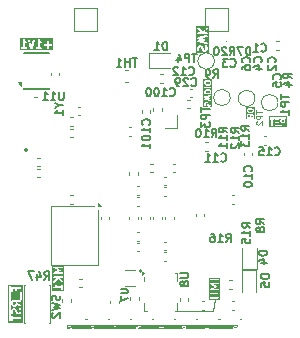
<source format=gbo>
%TF.GenerationSoftware,KiCad,Pcbnew,9.0.1*%
%TF.CreationDate,2025-05-16T18:32:17-04:00*%
%TF.ProjectId,Expansion_Card_Retrofit,45787061-6e73-4696-9f6e-5f436172645f,X1*%
%TF.SameCoordinates,Original*%
%TF.FileFunction,Legend,Bot*%
%TF.FilePolarity,Positive*%
%FSLAX45Y45*%
G04 Gerber Fmt 4.5, Leading zero omitted, Abs format (unit mm)*
G04 Created by KiCad (PCBNEW 9.0.1) date 2025-05-16 18:32:17*
%MOMM*%
%LPD*%
G01*
G04 APERTURE LIST*
%ADD10C,0.101600*%
%ADD11C,0.125000*%
%ADD12C,0.175000*%
%ADD13C,0.075000*%
%ADD14C,0.150000*%
%ADD15C,0.120000*%
%ADD16C,0.100000*%
%ADD17C,0.200000*%
%ADD18C,0.140357*%
G04 APERTURE END LIST*
D10*
X1720000Y155000D02*
X1416000Y154000D01*
X1745000Y255000D02*
X1720953Y155003D01*
D11*
G36*
X2033495Y1813182D02*
G01*
X2034116Y1812562D01*
X2035709Y1807781D01*
X2035709Y1798378D01*
X2022019Y1798378D01*
X2022019Y1809701D01*
X2023287Y1812236D01*
X2024233Y1813182D01*
X2026768Y1814450D01*
X2030960Y1814450D01*
X2033495Y1813182D01*
G37*
G36*
X2057305Y1810801D02*
G01*
X2058251Y1809855D01*
X2059519Y1807320D01*
X2059519Y1798378D01*
X2048209Y1798378D01*
X2048209Y1807320D01*
X2049477Y1809855D01*
X2050424Y1810801D01*
X2052959Y1812069D01*
X2054770Y1812069D01*
X2057305Y1810801D01*
G37*
G36*
X2054064Y1860041D02*
G01*
X2057305Y1858420D01*
X2058251Y1857474D01*
X2059519Y1854939D01*
X2059519Y1853128D01*
X2058251Y1850593D01*
X2057305Y1849646D01*
X2054064Y1848025D01*
X2045952Y1845997D01*
X2035586Y1845997D01*
X2027474Y1848025D01*
X2024233Y1849646D01*
X2023287Y1850592D01*
X2022019Y1853128D01*
X2022019Y1854939D01*
X2023287Y1857474D01*
X2024233Y1858420D01*
X2027474Y1860041D01*
X2035586Y1862069D01*
X2045952Y1862069D01*
X2054064Y1860041D01*
G37*
G36*
X2078269Y1779628D02*
G01*
X2003269Y1779628D01*
X2003269Y1811176D01*
X2009519Y1811176D01*
X2009519Y1792128D01*
X2009995Y1789737D01*
X2013377Y1786354D01*
X2015769Y1785878D01*
X2065769Y1785878D01*
X2068161Y1786354D01*
X2071543Y1789737D01*
X2072019Y1792128D01*
X2072019Y1808795D01*
X2071958Y1809102D01*
X2072003Y1809238D01*
X2071739Y1810204D01*
X2071543Y1811187D01*
X2071442Y1811288D01*
X2071359Y1811590D01*
X2068978Y1816352D01*
X2068364Y1817143D01*
X2067807Y1817976D01*
X2065426Y1820357D01*
X2064593Y1820914D01*
X2063802Y1821528D01*
X2059040Y1823909D01*
X2058738Y1823992D01*
X2058637Y1824093D01*
X2057654Y1824289D01*
X2056688Y1824553D01*
X2056552Y1824508D01*
X2056245Y1824569D01*
X2051483Y1824569D01*
X2051176Y1824508D01*
X2051040Y1824553D01*
X2050074Y1824289D01*
X2049091Y1824093D01*
X2048990Y1823992D01*
X2048688Y1823909D01*
X2043926Y1821528D01*
X2043307Y1821048D01*
X2041617Y1822738D01*
X2040784Y1823295D01*
X2039993Y1823909D01*
X2035231Y1826290D01*
X2034929Y1826373D01*
X2034827Y1826474D01*
X2033845Y1826669D01*
X2032879Y1826934D01*
X2032743Y1826889D01*
X2032436Y1826950D01*
X2025293Y1826950D01*
X2024986Y1826889D01*
X2024850Y1826934D01*
X2023884Y1826669D01*
X2022901Y1826474D01*
X2022800Y1826373D01*
X2022498Y1826290D01*
X2017736Y1823909D01*
X2016944Y1823295D01*
X2016111Y1822738D01*
X2013730Y1820357D01*
X2013174Y1819524D01*
X2012560Y1818733D01*
X2010179Y1813971D01*
X2010096Y1813669D01*
X2009995Y1813568D01*
X2009799Y1812585D01*
X2009535Y1811619D01*
X2009580Y1811483D01*
X2009519Y1811176D01*
X2003269Y1811176D01*
X2003269Y1856414D01*
X2009519Y1856414D01*
X2009519Y1851652D01*
X2009580Y1851345D01*
X2009535Y1851209D01*
X2009799Y1850243D01*
X2009995Y1849260D01*
X2010096Y1849159D01*
X2010179Y1848857D01*
X2012560Y1844095D01*
X2013174Y1843304D01*
X2013731Y1842471D01*
X2016111Y1840090D01*
X2016945Y1839533D01*
X2017736Y1838919D01*
X2022498Y1836538D01*
X2023158Y1836357D01*
X2023777Y1836065D01*
X2033301Y1833684D01*
X2034066Y1833647D01*
X2034817Y1833497D01*
X2046721Y1833497D01*
X2047472Y1833647D01*
X2048237Y1833684D01*
X2057761Y1836065D01*
X2058380Y1836358D01*
X2059040Y1836538D01*
X2063802Y1838919D01*
X2064593Y1839533D01*
X2065426Y1840090D01*
X2067807Y1842471D01*
X2068364Y1843304D01*
X2068978Y1844095D01*
X2071359Y1848857D01*
X2071442Y1849159D01*
X2071543Y1849260D01*
X2071739Y1850243D01*
X2072003Y1851209D01*
X2071958Y1851345D01*
X2072019Y1851652D01*
X2072019Y1856414D01*
X2071958Y1856721D01*
X2072003Y1856857D01*
X2071739Y1857823D01*
X2071543Y1858806D01*
X2071442Y1858907D01*
X2071359Y1859209D01*
X2068978Y1863971D01*
X2068364Y1864762D01*
X2067807Y1865595D01*
X2065427Y1867976D01*
X2064593Y1868533D01*
X2063802Y1869147D01*
X2059040Y1871528D01*
X2058380Y1871709D01*
X2057761Y1872001D01*
X2048237Y1874382D01*
X2047472Y1874420D01*
X2046721Y1874569D01*
X2034817Y1874569D01*
X2034066Y1874420D01*
X2033301Y1874382D01*
X2023777Y1872001D01*
X2023158Y1871709D01*
X2022498Y1871528D01*
X2017736Y1869147D01*
X2016944Y1868533D01*
X2016111Y1867976D01*
X2013730Y1865595D01*
X2013174Y1864762D01*
X2012560Y1863971D01*
X2010179Y1859209D01*
X2010096Y1858907D01*
X2009995Y1858806D01*
X2009799Y1857823D01*
X2009535Y1856857D01*
X2009580Y1856721D01*
X2009519Y1856414D01*
X2003269Y1856414D01*
X2003269Y1880819D01*
X2078269Y1880819D01*
X2078269Y1779628D01*
G37*
D12*
G36*
X1686977Y2342347D02*
G01*
X1581977Y2342347D01*
X1581977Y2386513D01*
X1590727Y2386513D01*
X1590727Y2369847D01*
X1590812Y2368983D01*
X1590795Y2368752D01*
X1590864Y2368449D01*
X1590895Y2368140D01*
X1590983Y2367926D01*
X1591176Y2367080D01*
X1594509Y2357080D01*
X1595208Y2355513D01*
X1597445Y2352934D01*
X1600499Y2351407D01*
X1603904Y2351165D01*
X1607143Y2352245D01*
X1609722Y2354482D01*
X1611249Y2357536D01*
X1611491Y2360941D01*
X1611111Y2362614D01*
X1608227Y2371267D01*
X1608227Y2384448D01*
X1610001Y2387997D01*
X1611326Y2389322D01*
X1614876Y2391097D01*
X1617411Y2391097D01*
X1620960Y2389322D01*
X1622285Y2387997D01*
X1624554Y2383460D01*
X1627654Y2371058D01*
X1627699Y2370932D01*
X1627704Y2370869D01*
X1627976Y2370159D01*
X1628232Y2369442D01*
X1628269Y2369392D01*
X1628317Y2369267D01*
X1631650Y2362600D01*
X1632113Y2361865D01*
X1632201Y2361652D01*
X1632398Y2361411D01*
X1632564Y2361148D01*
X1632738Y2360997D01*
X1633289Y2360326D01*
X1636623Y2356993D01*
X1637294Y2356442D01*
X1637445Y2356267D01*
X1637708Y2356102D01*
X1637949Y2355904D01*
X1638162Y2355816D01*
X1638897Y2355354D01*
X1645563Y2352020D01*
X1647165Y2351407D01*
X1647479Y2351385D01*
X1647770Y2351265D01*
X1649477Y2351097D01*
X1656143Y2351097D01*
X1657850Y2351265D01*
X1658141Y2351385D01*
X1658454Y2351407D01*
X1660056Y2352020D01*
X1666723Y2355354D01*
X1667458Y2355816D01*
X1667671Y2355904D01*
X1667912Y2356102D01*
X1668175Y2356267D01*
X1668326Y2356442D01*
X1668997Y2356993D01*
X1672330Y2360326D01*
X1672881Y2360997D01*
X1673056Y2361148D01*
X1673221Y2361411D01*
X1673419Y2361652D01*
X1673507Y2361866D01*
X1673970Y2362600D01*
X1677303Y2369267D01*
X1677916Y2370869D01*
X1677938Y2371182D01*
X1678058Y2371473D01*
X1678227Y2373180D01*
X1678227Y2389847D01*
X1678141Y2390711D01*
X1678158Y2390941D01*
X1678089Y2391244D01*
X1678058Y2391554D01*
X1677970Y2391767D01*
X1677778Y2392614D01*
X1674444Y2402614D01*
X1673745Y2404180D01*
X1671508Y2406759D01*
X1668454Y2408286D01*
X1665049Y2408528D01*
X1661810Y2407448D01*
X1659231Y2405211D01*
X1657704Y2402158D01*
X1657462Y2398752D01*
X1657842Y2397080D01*
X1660727Y2388427D01*
X1660727Y2375246D01*
X1658952Y2371696D01*
X1657627Y2370371D01*
X1654078Y2368597D01*
X1651542Y2368597D01*
X1647993Y2370371D01*
X1646668Y2371696D01*
X1644399Y2376234D01*
X1641299Y2388635D01*
X1641254Y2388761D01*
X1641249Y2388824D01*
X1640978Y2389534D01*
X1640722Y2390251D01*
X1640684Y2390301D01*
X1640636Y2390426D01*
X1637303Y2397093D01*
X1636840Y2397828D01*
X1636752Y2398041D01*
X1636555Y2398282D01*
X1636389Y2398545D01*
X1636214Y2398696D01*
X1635664Y2399367D01*
X1632330Y2402700D01*
X1631659Y2403251D01*
X1631508Y2403426D01*
X1631245Y2403591D01*
X1631005Y2403789D01*
X1630791Y2403877D01*
X1630056Y2404339D01*
X1623390Y2407673D01*
X1621788Y2408286D01*
X1621474Y2408308D01*
X1621184Y2408428D01*
X1619477Y2408597D01*
X1612810Y2408597D01*
X1611103Y2408428D01*
X1610812Y2408308D01*
X1610499Y2408286D01*
X1608897Y2407673D01*
X1602230Y2404339D01*
X1601496Y2403877D01*
X1601282Y2403789D01*
X1601042Y2403591D01*
X1600778Y2403426D01*
X1600627Y2403251D01*
X1599956Y2402700D01*
X1596623Y2399367D01*
X1596072Y2398696D01*
X1595897Y2398545D01*
X1595732Y2398282D01*
X1595535Y2398041D01*
X1595446Y2397827D01*
X1594984Y2397093D01*
X1591650Y2390426D01*
X1591037Y2388824D01*
X1591015Y2388511D01*
X1590895Y2388220D01*
X1590727Y2386513D01*
X1581977Y2386513D01*
X1581977Y2466186D01*
X1590733Y2466186D01*
X1591027Y2464950D01*
X1591194Y2463691D01*
X1591419Y2463302D01*
X1591523Y2462865D01*
X1592268Y2461836D01*
X1592905Y2460736D01*
X1593262Y2460463D01*
X1593525Y2460099D01*
X1594607Y2459433D01*
X1595616Y2458661D01*
X1596246Y2458425D01*
X1596433Y2458310D01*
X1596642Y2458276D01*
X1597222Y2458059D01*
X1615517Y2453180D01*
X1597222Y2448301D01*
X1596642Y2448084D01*
X1596433Y2448050D01*
X1596246Y2447935D01*
X1595616Y2447699D01*
X1594607Y2446926D01*
X1593525Y2446261D01*
X1593262Y2445897D01*
X1592905Y2445624D01*
X1592268Y2444524D01*
X1591523Y2443495D01*
X1591419Y2443058D01*
X1591194Y2442669D01*
X1591027Y2441409D01*
X1590733Y2440174D01*
X1590804Y2439730D01*
X1590745Y2439285D01*
X1591072Y2438057D01*
X1591273Y2436803D01*
X1591508Y2436420D01*
X1591624Y2435986D01*
X1592397Y2434977D01*
X1593062Y2433895D01*
X1593426Y2433632D01*
X1593699Y2433275D01*
X1594799Y2432638D01*
X1595828Y2431893D01*
X1596464Y2431674D01*
X1596654Y2431564D01*
X1596864Y2431536D01*
X1597450Y2431334D01*
X1667450Y2414668D01*
X1669149Y2414436D01*
X1672520Y2414976D01*
X1675428Y2416766D01*
X1677430Y2419532D01*
X1678220Y2422853D01*
X1677680Y2426224D01*
X1675891Y2429131D01*
X1673125Y2431133D01*
X1671503Y2431692D01*
X1635237Y2440327D01*
X1651731Y2444725D01*
X1652131Y2444875D01*
X1652299Y2444898D01*
X1652499Y2445013D01*
X1653337Y2445328D01*
X1654254Y2446029D01*
X1655254Y2446608D01*
X1655598Y2447058D01*
X1656048Y2447403D01*
X1656627Y2448402D01*
X1657329Y2449319D01*
X1657475Y2449867D01*
X1657759Y2450357D01*
X1657911Y2451502D01*
X1658209Y2452618D01*
X1658134Y2453180D01*
X1658208Y2453742D01*
X1657911Y2454857D01*
X1657759Y2456002D01*
X1657475Y2456493D01*
X1657329Y2457040D01*
X1656627Y2457958D01*
X1656048Y2458957D01*
X1655598Y2459302D01*
X1655254Y2459751D01*
X1654255Y2460330D01*
X1653337Y2461032D01*
X1652498Y2461347D01*
X1652299Y2461462D01*
X1652131Y2461485D01*
X1651731Y2461634D01*
X1635237Y2466033D01*
X1671503Y2474668D01*
X1673125Y2475227D01*
X1675891Y2477228D01*
X1677680Y2480136D01*
X1678220Y2483507D01*
X1677430Y2486828D01*
X1675428Y2489594D01*
X1672520Y2491383D01*
X1669149Y2491924D01*
X1667450Y2491692D01*
X1597450Y2475025D01*
X1596864Y2474824D01*
X1596654Y2474796D01*
X1596464Y2474686D01*
X1595828Y2474466D01*
X1594799Y2473722D01*
X1593699Y2473085D01*
X1593426Y2472728D01*
X1593062Y2472465D01*
X1592397Y2471383D01*
X1591624Y2470374D01*
X1591508Y2469940D01*
X1591273Y2469557D01*
X1591072Y2468303D01*
X1590745Y2467075D01*
X1590804Y2466630D01*
X1590733Y2466186D01*
X1581977Y2466186D01*
X1581977Y2550323D01*
X1590740Y2550323D01*
X1591222Y2546943D01*
X1592962Y2544005D01*
X1594227Y2542847D01*
X1626155Y2518900D01*
X1625852Y2518597D01*
X1599477Y2518597D01*
X1597770Y2518428D01*
X1594615Y2517122D01*
X1592201Y2514708D01*
X1590895Y2511554D01*
X1590895Y2508140D01*
X1592201Y2504985D01*
X1594615Y2502571D01*
X1597770Y2501265D01*
X1599477Y2501097D01*
X1669477Y2501097D01*
X1671184Y2501265D01*
X1674338Y2502571D01*
X1676752Y2504985D01*
X1678058Y2508140D01*
X1678058Y2511554D01*
X1676752Y2514708D01*
X1674338Y2517122D01*
X1671184Y2518428D01*
X1669477Y2518597D01*
X1650601Y2518597D01*
X1675664Y2543659D01*
X1676752Y2544985D01*
X1678058Y2548139D01*
X1678058Y2551554D01*
X1676752Y2554708D01*
X1674338Y2557122D01*
X1671184Y2558428D01*
X1667769Y2558428D01*
X1664615Y2557122D01*
X1663289Y2556034D01*
X1638655Y2531400D01*
X1604727Y2556847D01*
X1603260Y2557736D01*
X1599953Y2558584D01*
X1596573Y2558101D01*
X1593635Y2556361D01*
X1591587Y2553630D01*
X1590740Y2550323D01*
X1581977Y2550323D01*
X1581977Y2567334D01*
X1686977Y2567334D01*
X1686977Y2342347D01*
G37*
D11*
G36*
X2322622Y1758829D02*
G01*
X2311299Y1758829D01*
X2308764Y1760096D01*
X2307818Y1761043D01*
X2306550Y1763578D01*
X2306550Y1767770D01*
X2307818Y1770305D01*
X2308764Y1771252D01*
X2311299Y1772519D01*
X2322622Y1772519D01*
X2322622Y1758829D01*
G37*
G36*
X2347801Y1716269D02*
G01*
X2197800Y1716269D01*
X2197800Y1781161D01*
X2204050Y1781161D01*
X2204050Y1776377D01*
X2207432Y1772995D01*
X2209824Y1772519D01*
X2217860Y1772519D01*
X2217860Y1728769D01*
X2218336Y1726377D01*
X2221718Y1722995D01*
X2226502Y1722995D01*
X2229884Y1726377D01*
X2230360Y1728769D01*
X2230360Y1743055D01*
X2246431Y1743055D01*
X2246431Y1738293D01*
X2246492Y1737986D01*
X2246447Y1737850D01*
X2246711Y1736884D01*
X2246907Y1735901D01*
X2247008Y1735800D01*
X2247091Y1735498D01*
X2249472Y1730736D01*
X2250086Y1729945D01*
X2250643Y1729112D01*
X2253024Y1726731D01*
X2253856Y1726174D01*
X2254648Y1725560D01*
X2259410Y1723179D01*
X2259712Y1723096D01*
X2259813Y1722995D01*
X2260796Y1722799D01*
X2261762Y1722535D01*
X2261898Y1722580D01*
X2262205Y1722519D01*
X2274110Y1722519D01*
X2275092Y1722715D01*
X2276086Y1722840D01*
X2283229Y1725221D01*
X2285348Y1726428D01*
X2287487Y1730707D01*
X2285974Y1735245D01*
X2281696Y1737384D01*
X2279276Y1737079D01*
X2273095Y1735019D01*
X2263680Y1735019D01*
X2261145Y1736287D01*
X2260199Y1737233D01*
X2258931Y1739768D01*
X2258931Y1741579D01*
X2260199Y1744115D01*
X2261145Y1745061D01*
X2264386Y1746682D01*
X2273245Y1748896D01*
X2273864Y1749189D01*
X2274524Y1749369D01*
X2279286Y1751750D01*
X2280077Y1752365D01*
X2280910Y1752921D01*
X2283291Y1755302D01*
X2283847Y1756135D01*
X2284462Y1756926D01*
X2286843Y1761688D01*
X2286925Y1761990D01*
X2287027Y1762092D01*
X2287222Y1763074D01*
X2287487Y1764040D01*
X2287441Y1764176D01*
X2287503Y1764483D01*
X2287503Y1769245D01*
X2294050Y1769245D01*
X2294050Y1762102D01*
X2294111Y1761795D01*
X2294066Y1761659D01*
X2294331Y1760693D01*
X2294526Y1759711D01*
X2294627Y1759609D01*
X2294710Y1759307D01*
X2297091Y1754545D01*
X2297705Y1753754D01*
X2298262Y1752921D01*
X2300643Y1750540D01*
X2301476Y1749983D01*
X2302267Y1749369D01*
X2305841Y1747583D01*
X2295180Y1732353D01*
X2294198Y1730121D01*
X2295030Y1725410D01*
X2298948Y1722667D01*
X2303659Y1723498D01*
X2305420Y1725185D01*
X2320221Y1746329D01*
X2322622Y1746329D01*
X2322622Y1728769D01*
X2323097Y1726377D01*
X2326480Y1722995D01*
X2331263Y1722995D01*
X2334646Y1726377D01*
X2335122Y1728769D01*
X2335122Y1778769D01*
X2334646Y1781161D01*
X2331263Y1784543D01*
X2328872Y1785019D01*
X2309824Y1785019D01*
X2309517Y1784958D01*
X2309381Y1785003D01*
X2308415Y1784739D01*
X2307432Y1784543D01*
X2307331Y1784442D01*
X2307029Y1784359D01*
X2302267Y1781978D01*
X2301476Y1781364D01*
X2300643Y1780808D01*
X2298262Y1778427D01*
X2297705Y1777594D01*
X2297091Y1776802D01*
X2294710Y1772040D01*
X2294627Y1771738D01*
X2294526Y1771637D01*
X2294331Y1770655D01*
X2294066Y1769688D01*
X2294111Y1769552D01*
X2294050Y1769245D01*
X2287503Y1769245D01*
X2287441Y1769552D01*
X2287487Y1769688D01*
X2287222Y1770654D01*
X2287027Y1771637D01*
X2286925Y1771738D01*
X2286843Y1772040D01*
X2284462Y1776802D01*
X2283847Y1777594D01*
X2283291Y1778427D01*
X2280910Y1780808D01*
X2280077Y1781364D01*
X2279286Y1781978D01*
X2274524Y1784359D01*
X2274222Y1784442D01*
X2274121Y1784543D01*
X2273137Y1784739D01*
X2272172Y1785003D01*
X2272036Y1784958D01*
X2271729Y1785019D01*
X2259824Y1785019D01*
X2258841Y1784824D01*
X2257848Y1784698D01*
X2250705Y1782317D01*
X2248586Y1781110D01*
X2246447Y1776831D01*
X2247960Y1772293D01*
X2252238Y1770154D01*
X2254658Y1770459D01*
X2260838Y1772519D01*
X2270253Y1772519D01*
X2272789Y1771251D01*
X2273735Y1770305D01*
X2275003Y1767770D01*
X2275003Y1765959D01*
X2273735Y1763424D01*
X2272789Y1762477D01*
X2269547Y1760857D01*
X2260689Y1758642D01*
X2260070Y1758350D01*
X2259410Y1758169D01*
X2254648Y1755788D01*
X2253856Y1755173D01*
X2253024Y1754617D01*
X2250643Y1752236D01*
X2250086Y1751403D01*
X2249472Y1750612D01*
X2247091Y1745850D01*
X2247008Y1745548D01*
X2246907Y1745447D01*
X2246711Y1744464D01*
X2246447Y1743498D01*
X2246492Y1743362D01*
X2246431Y1743055D01*
X2230360Y1743055D01*
X2230360Y1772519D01*
X2238395Y1772519D01*
X2240787Y1772995D01*
X2244170Y1776377D01*
X2244170Y1781161D01*
X2240787Y1784543D01*
X2238395Y1785019D01*
X2209824Y1785019D01*
X2207432Y1784543D01*
X2204050Y1781161D01*
X2197800Y1781161D01*
X2197800Y1795042D01*
X2204288Y1795042D01*
X2204288Y1790258D01*
X2207670Y1786876D01*
X2210062Y1786400D01*
X2335776Y1786400D01*
X2338168Y1786876D01*
X2341551Y1790258D01*
X2341551Y1795042D01*
X2338168Y1798424D01*
X2335776Y1798900D01*
X2210062Y1798900D01*
X2207670Y1798424D01*
X2204288Y1795042D01*
X2197800Y1795042D01*
X2197800Y1805150D01*
X2347801Y1805150D01*
X2347801Y1716269D01*
G37*
D13*
G36*
X1488004Y22825D02*
G01*
X1489949Y21852D01*
X1490517Y21284D01*
X1491277Y19763D01*
X1491277Y18677D01*
X1490517Y17156D01*
X1489949Y16588D01*
X1488004Y15615D01*
X1483137Y14398D01*
X1476918Y14398D01*
X1472051Y15615D01*
X1470106Y16588D01*
X1469538Y17156D01*
X1468777Y18677D01*
X1468777Y19763D01*
X1469538Y21284D01*
X1470106Y21852D01*
X1472051Y22825D01*
X1476918Y24041D01*
X1483137Y24041D01*
X1488004Y22825D01*
G37*
G36*
X1921260Y24253D02*
G01*
X1923205Y23281D01*
X1925006Y21480D01*
X1925962Y18611D01*
X1925962Y15827D01*
X1903462Y15827D01*
X1903462Y18611D01*
X1904418Y21480D01*
X1906219Y23281D01*
X1908164Y24253D01*
X1913031Y25470D01*
X1916393Y25470D01*
X1921260Y24253D01*
G37*
G36*
X1937212Y720D02*
G01*
X491561Y720D01*
X491561Y22077D01*
X495311Y22077D01*
X495311Y14934D01*
X495348Y14750D01*
X495321Y14668D01*
X495479Y14089D01*
X495597Y13499D01*
X495658Y13438D01*
X495707Y13257D01*
X497136Y10400D01*
X497504Y9925D01*
X497838Y9426D01*
X499267Y7997D01*
X500483Y7184D01*
X503353Y7184D01*
X505383Y9213D01*
X505383Y12083D01*
X504570Y13300D01*
X503572Y14298D01*
X502811Y15820D01*
X502811Y21192D01*
X503572Y22713D01*
X504140Y23281D01*
X505661Y24041D01*
X511033Y24041D01*
X512554Y23281D01*
X513122Y22713D01*
X513883Y21192D01*
X513883Y15820D01*
X513122Y14298D01*
X512124Y13300D01*
X511311Y12083D01*
X511311Y11885D01*
X511186Y11732D01*
X511311Y10476D01*
X511311Y9213D01*
X511451Y9073D01*
X511471Y8876D01*
X512448Y8076D01*
X513341Y7184D01*
X513539Y7184D01*
X513692Y7058D01*
X515149Y6917D01*
X529435Y8346D01*
X530310Y8613D01*
X530497Y8613D01*
X530579Y8695D01*
X530834Y8773D01*
X531634Y9750D01*
X532526Y10642D01*
X532578Y10904D01*
X532652Y10994D01*
X532633Y11180D01*
X532811Y12077D01*
X532811Y26363D01*
X532810Y26369D01*
X688790Y26369D01*
X688790Y23499D01*
X690820Y21470D01*
X692255Y21184D01*
X698505Y21184D01*
X698505Y10649D01*
X698790Y9213D01*
X699226Y8777D01*
X699422Y8191D01*
X700202Y7801D01*
X700819Y7184D01*
X701437Y7184D01*
X701989Y6908D01*
X703440Y7091D01*
X724869Y14234D01*
X726140Y14958D01*
X727424Y17526D01*
X726516Y20248D01*
X723949Y21532D01*
X722497Y21349D01*
X706005Y15851D01*
X706005Y21184D01*
X712255Y21184D01*
X713690Y21470D01*
X714297Y22077D01*
X881698Y22077D01*
X881698Y13506D01*
X881734Y13321D01*
X881707Y13240D01*
X881866Y12660D01*
X881983Y12071D01*
X882044Y12010D01*
X882094Y11829D01*
X883522Y8972D01*
X883890Y8497D01*
X884225Y7997D01*
X885653Y6568D01*
X886870Y5755D01*
X889740Y5755D01*
X891769Y7785D01*
X891769Y10655D01*
X890956Y11872D01*
X889958Y12870D01*
X889198Y14391D01*
X889198Y21192D01*
X889958Y22713D01*
X890526Y23281D01*
X892047Y24041D01*
X897420Y24041D01*
X898941Y23281D01*
X899508Y22713D01*
X900269Y21192D01*
X900269Y17791D01*
X900477Y16746D01*
X900467Y16590D01*
X900520Y16529D01*
X900555Y16356D01*
X901488Y15423D01*
X902357Y14430D01*
X902490Y14421D01*
X902584Y14327D01*
X903903Y14327D01*
X905221Y14239D01*
X905373Y14327D01*
X905454Y14327D01*
X905564Y14437D01*
X906489Y14969D01*
X911698Y19527D01*
X911698Y9220D01*
X911983Y7785D01*
X914013Y5755D01*
X916883Y5755D01*
X918912Y7785D01*
X919198Y9220D01*
X919198Y27791D01*
X1074891Y27791D01*
X1074891Y9220D01*
X1075177Y7785D01*
X1077206Y5755D01*
X1077206Y5755D01*
X1080076Y5755D01*
X1080076Y5755D01*
X1080076Y5756D01*
X1081293Y6568D01*
X1097809Y23085D01*
X1100678Y24041D01*
X1102041Y24041D01*
X1103562Y23281D01*
X1104130Y22713D01*
X1104891Y21192D01*
X1104891Y15820D01*
X1104130Y14298D01*
X1103132Y13300D01*
X1102319Y12083D01*
X1102319Y9214D01*
X1104349Y7184D01*
X1107219Y7184D01*
X1108436Y7997D01*
X1109864Y9425D01*
X1110198Y9925D01*
X1110567Y10400D01*
X1111995Y13257D01*
X1112045Y13438D01*
X1112106Y13499D01*
X1112223Y14088D01*
X1112382Y14668D01*
X1112354Y14750D01*
X1112391Y14934D01*
X1112391Y22077D01*
X1112354Y22261D01*
X1112382Y22343D01*
X1112223Y22923D01*
X1112106Y23512D01*
X1112045Y23573D01*
X1111995Y23754D01*
X1110567Y26611D01*
X1110198Y27086D01*
X1109864Y27586D01*
X1109659Y27791D01*
X1268084Y27791D01*
X1268084Y10649D01*
X1268370Y9213D01*
X1270399Y7184D01*
X1273269Y7184D01*
X1275299Y9213D01*
X1275584Y10649D01*
X1275584Y15470D01*
X1291560Y15470D01*
X1291337Y15183D01*
X1289909Y12325D01*
X1289522Y10914D01*
X1290430Y8191D01*
X1292997Y6908D01*
X1295720Y7816D01*
X1296617Y8972D01*
X1297773Y11284D01*
X1299937Y13448D01*
X1303914Y16100D01*
X1304950Y17133D01*
X1305026Y17512D01*
X1305299Y17785D01*
X1305299Y18877D01*
X1305513Y19948D01*
X1305299Y20269D01*
X1305299Y20649D01*
X1461277Y20649D01*
X1461277Y17791D01*
X1461314Y17607D01*
X1461287Y17526D01*
X1461445Y16946D01*
X1461563Y16356D01*
X1461624Y16296D01*
X1461673Y16114D01*
X1463102Y13257D01*
X1463470Y12783D01*
X1463804Y12282D01*
X1465233Y10854D01*
X1465732Y10521D01*
X1466207Y10152D01*
X1469065Y8723D01*
X1469461Y8615D01*
X1469832Y8439D01*
X1475546Y7010D01*
X1476005Y6988D01*
X1476456Y6898D01*
X1483599Y6898D01*
X1484050Y6988D01*
X1484508Y7010D01*
X1490223Y8439D01*
X1490594Y8615D01*
X1490990Y8723D01*
X1493847Y10152D01*
X1494322Y10520D01*
X1494822Y10854D01*
X1496250Y12282D01*
X1496584Y12782D01*
X1496953Y13257D01*
X1497080Y13512D01*
X1654756Y13512D01*
X1654756Y10642D01*
X1656785Y8613D01*
X1658221Y8327D01*
X1688221Y8327D01*
X1689656Y8613D01*
X1691685Y10642D01*
X1691685Y10642D01*
X1691971Y12077D01*
X1691971Y26363D01*
X1691715Y27648D01*
X1692799Y27648D01*
X1692799Y7934D01*
X1693085Y6499D01*
X1695114Y4470D01*
X1697984Y4470D01*
X1700014Y6499D01*
X1700299Y7934D01*
X1700299Y19220D01*
X1895962Y19220D01*
X1895962Y12077D01*
X1896248Y10642D01*
X1896248Y10642D01*
X1898277Y8613D01*
X1899712Y8327D01*
X1929712Y8327D01*
X1931147Y8613D01*
X1933177Y10642D01*
X1933177Y10642D01*
X1933462Y12077D01*
X1933462Y19220D01*
X1933345Y19810D01*
X1933270Y20406D01*
X1931841Y24692D01*
X1931748Y24855D01*
X1931748Y24941D01*
X1931414Y25440D01*
X1931116Y25963D01*
X1931039Y26001D01*
X1930935Y26157D01*
X1928078Y29014D01*
X1927578Y29349D01*
X1927103Y29717D01*
X1924246Y31145D01*
X1923850Y31254D01*
X1923479Y31429D01*
X1917764Y32858D01*
X1917306Y32880D01*
X1916855Y32970D01*
X1912569Y32970D01*
X1912118Y32880D01*
X1911660Y32858D01*
X1905945Y31429D01*
X1905574Y31254D01*
X1905178Y31145D01*
X1902321Y29717D01*
X1901845Y29348D01*
X1901346Y29014D01*
X1898489Y26157D01*
X1898384Y26001D01*
X1898308Y25963D01*
X1898010Y25441D01*
X1897676Y24941D01*
X1897676Y24855D01*
X1897583Y24691D01*
X1896154Y20406D01*
X1896079Y19809D01*
X1895962Y19220D01*
X1700299Y19220D01*
X1700299Y27648D01*
X1700014Y29084D01*
X1697984Y31113D01*
X1695114Y31113D01*
X1693085Y29084D01*
X1692799Y27648D01*
X1691715Y27648D01*
X1691685Y27798D01*
X1689656Y29827D01*
X1686785Y29827D01*
X1684756Y27798D01*
X1684471Y26363D01*
X1684471Y15827D01*
X1677685Y15827D01*
X1677685Y22077D01*
X1677399Y23512D01*
X1675370Y25542D01*
X1672500Y25542D01*
X1670470Y23512D01*
X1670185Y22077D01*
X1670185Y15827D01*
X1658221Y15827D01*
X1656785Y15542D01*
X1654756Y13512D01*
X1497080Y13512D01*
X1498381Y16114D01*
X1498431Y16296D01*
X1498492Y16356D01*
X1498609Y16946D01*
X1498768Y17526D01*
X1498741Y17607D01*
X1498777Y17791D01*
X1498777Y20649D01*
X1498741Y20833D01*
X1498768Y20914D01*
X1498609Y21494D01*
X1498492Y22084D01*
X1498431Y22144D01*
X1498381Y22326D01*
X1496953Y25183D01*
X1496584Y25658D01*
X1496250Y26157D01*
X1494822Y27586D01*
X1494322Y27920D01*
X1493847Y28288D01*
X1490990Y29717D01*
X1490594Y29825D01*
X1490223Y30001D01*
X1484508Y31429D01*
X1484050Y31452D01*
X1483599Y31541D01*
X1476456Y31541D01*
X1476005Y31452D01*
X1475546Y31429D01*
X1469832Y30001D01*
X1469461Y29825D01*
X1469065Y29717D01*
X1466207Y28288D01*
X1465732Y27919D01*
X1465233Y27586D01*
X1463804Y26157D01*
X1463470Y25657D01*
X1463102Y25183D01*
X1461673Y22326D01*
X1461624Y22144D01*
X1461563Y22084D01*
X1461445Y21494D01*
X1461287Y20914D01*
X1461314Y20833D01*
X1461277Y20649D01*
X1305299Y20649D01*
X1305299Y20655D01*
X1304526Y21428D01*
X1303921Y22336D01*
X1303542Y22412D01*
X1303269Y22684D01*
X1301834Y22970D01*
X1275584Y22970D01*
X1275584Y27791D01*
X1275299Y29226D01*
X1273269Y31256D01*
X1270399Y31256D01*
X1268370Y29226D01*
X1268084Y27791D01*
X1109659Y27791D01*
X1108436Y29014D01*
X1107936Y29349D01*
X1107461Y29717D01*
X1104604Y31145D01*
X1104423Y31195D01*
X1104362Y31256D01*
X1103772Y31373D01*
X1103193Y31532D01*
X1103111Y31505D01*
X1102927Y31541D01*
X1100070Y31541D01*
X1099480Y31424D01*
X1098884Y31349D01*
X1094598Y29920D01*
X1094435Y29827D01*
X1094349Y29827D01*
X1093849Y29493D01*
X1093327Y29196D01*
X1093288Y29119D01*
X1093132Y29014D01*
X1082391Y18273D01*
X1082391Y27791D01*
X1082106Y29226D01*
X1080076Y31256D01*
X1077206Y31256D01*
X1075177Y29226D01*
X1074891Y27791D01*
X919198Y27791D01*
X918990Y28837D01*
X919000Y28993D01*
X918947Y29054D01*
X918912Y29226D01*
X917978Y30160D01*
X917110Y31153D01*
X916977Y31162D01*
X916883Y31256D01*
X915563Y31256D01*
X914246Y31344D01*
X914094Y31256D01*
X914013Y31256D01*
X913902Y31146D01*
X912978Y30613D01*
X906693Y25114D01*
X905945Y26611D01*
X905576Y27086D01*
X905242Y27586D01*
X903814Y29014D01*
X903314Y29349D01*
X902839Y29717D01*
X899982Y31145D01*
X899801Y31195D01*
X899740Y31256D01*
X899150Y31373D01*
X898571Y31532D01*
X898489Y31505D01*
X898305Y31541D01*
X891162Y31541D01*
X890978Y31505D01*
X890896Y31532D01*
X890317Y31373D01*
X889727Y31256D01*
X889666Y31195D01*
X889485Y31145D01*
X886628Y29717D01*
X886153Y29348D01*
X885653Y29014D01*
X884225Y27586D01*
X883891Y27086D01*
X883522Y26611D01*
X882094Y23754D01*
X882044Y23573D01*
X881983Y23512D01*
X881866Y22922D01*
X881707Y22343D01*
X881734Y22261D01*
X881698Y22077D01*
X714297Y22077D01*
X715719Y23499D01*
X715719Y26369D01*
X713690Y28399D01*
X712255Y28684D01*
X706005Y28684D01*
X706005Y29220D01*
X705719Y30655D01*
X703690Y32684D01*
X700819Y32684D01*
X698790Y30655D01*
X698505Y29220D01*
X698505Y28684D01*
X692255Y28684D01*
X690820Y28399D01*
X688790Y26369D01*
X532810Y26369D01*
X532526Y27798D01*
X530497Y29827D01*
X527626Y29827D01*
X525597Y27798D01*
X525311Y26363D01*
X525311Y15471D01*
X521383Y15078D01*
X521383Y22077D01*
X521346Y22261D01*
X521373Y22343D01*
X521214Y22923D01*
X521097Y23512D01*
X521036Y23573D01*
X520987Y23754D01*
X519558Y26611D01*
X519190Y27086D01*
X518856Y27586D01*
X517427Y29014D01*
X516927Y29349D01*
X516453Y29717D01*
X513596Y31145D01*
X513414Y31195D01*
X513354Y31256D01*
X512764Y31373D01*
X512184Y31532D01*
X512103Y31505D01*
X511918Y31541D01*
X504776Y31541D01*
X504591Y31505D01*
X504510Y31532D01*
X503930Y31373D01*
X503341Y31256D01*
X503280Y31195D01*
X503099Y31145D01*
X500241Y29717D01*
X499766Y29348D01*
X499267Y29014D01*
X497838Y27586D01*
X497504Y27086D01*
X497136Y26611D01*
X495707Y23754D01*
X495658Y23573D01*
X495597Y23512D01*
X495479Y22922D01*
X495321Y22343D01*
X495348Y22261D01*
X495311Y22077D01*
X491561Y22077D01*
X491561Y36720D01*
X1937212Y36720D01*
X1937212Y720D01*
G37*
D12*
G36*
X371152Y2362977D02*
G01*
X86488Y2362977D01*
X86488Y2382184D01*
X95238Y2382184D01*
X95238Y2378770D01*
X96545Y2375616D01*
X98959Y2373201D01*
X102113Y2371895D01*
X103820Y2371727D01*
X143820Y2371727D01*
X145527Y2371895D01*
X148681Y2373201D01*
X151096Y2375616D01*
X152402Y2378770D01*
X152402Y2382184D01*
X151096Y2385338D01*
X148681Y2387752D01*
X145527Y2389059D01*
X143820Y2389227D01*
X132570Y2389227D01*
X132570Y2426406D01*
X133240Y2425984D01*
X139907Y2422651D01*
X141509Y2422037D01*
X144914Y2421795D01*
X148153Y2422875D01*
X150733Y2425112D01*
X152259Y2428166D01*
X152501Y2431571D01*
X151422Y2434810D01*
X149185Y2437389D01*
X147733Y2438303D01*
X142337Y2441001D01*
X137287Y2446051D01*
X135066Y2449382D01*
X155139Y2449382D01*
X155519Y2447710D01*
X178852Y2377710D01*
X179552Y2376144D01*
X179961Y2375671D01*
X180241Y2375112D01*
X181070Y2374393D01*
X181789Y2373564D01*
X182348Y2373285D01*
X182820Y2372875D01*
X183861Y2372528D01*
X184842Y2372037D01*
X185466Y2371993D01*
X186059Y2371795D01*
X187153Y2371873D01*
X188248Y2371795D01*
X188841Y2371993D01*
X189465Y2372037D01*
X190446Y2372528D01*
X191487Y2372875D01*
X191959Y2373285D01*
X192518Y2373564D01*
X193237Y2374393D01*
X194066Y2375112D01*
X194345Y2375671D01*
X194755Y2376144D01*
X195454Y2377710D01*
X196946Y2382184D01*
X221905Y2382184D01*
X221905Y2378770D01*
X223211Y2375616D01*
X225626Y2373201D01*
X228780Y2371895D01*
X230487Y2371727D01*
X270487Y2371727D01*
X272194Y2371895D01*
X275348Y2373201D01*
X277762Y2375616D01*
X279069Y2378770D01*
X279069Y2382184D01*
X277762Y2385338D01*
X275348Y2387752D01*
X272194Y2389059D01*
X270487Y2389227D01*
X259237Y2389227D01*
X259237Y2408850D01*
X291905Y2408850D01*
X291905Y2405436D01*
X293212Y2402282D01*
X295626Y2399868D01*
X298780Y2398562D01*
X300487Y2398393D01*
X318404Y2398393D01*
X318404Y2380477D01*
X318572Y2378770D01*
X319878Y2375616D01*
X322292Y2373201D01*
X325447Y2371895D01*
X328861Y2371895D01*
X332015Y2373201D01*
X334429Y2375616D01*
X335735Y2378770D01*
X335904Y2380477D01*
X335904Y2398393D01*
X353820Y2398393D01*
X355527Y2398562D01*
X358681Y2399868D01*
X361096Y2402282D01*
X362402Y2405436D01*
X362402Y2408850D01*
X361096Y2412005D01*
X358681Y2414419D01*
X355527Y2415725D01*
X353820Y2415893D01*
X335904Y2415893D01*
X335904Y2433810D01*
X335735Y2435517D01*
X334429Y2438671D01*
X332015Y2441085D01*
X328861Y2442392D01*
X325447Y2442392D01*
X322292Y2441085D01*
X319878Y2438671D01*
X318572Y2435517D01*
X318404Y2433810D01*
X318404Y2415893D01*
X300487Y2415893D01*
X298780Y2415725D01*
X295626Y2414419D01*
X293212Y2412005D01*
X291905Y2408850D01*
X259237Y2408850D01*
X259237Y2426406D01*
X259907Y2425984D01*
X266574Y2422651D01*
X268176Y2422037D01*
X271581Y2421795D01*
X274820Y2422875D01*
X277399Y2425112D01*
X278926Y2428166D01*
X279168Y2431571D01*
X278089Y2434810D01*
X275852Y2437389D01*
X274400Y2438303D01*
X269004Y2441001D01*
X263953Y2446051D01*
X257767Y2455330D01*
X257763Y2455335D01*
X257762Y2455338D01*
X257755Y2455345D01*
X256680Y2456657D01*
X255960Y2457140D01*
X255348Y2457752D01*
X254556Y2458080D01*
X253844Y2458557D01*
X252994Y2458727D01*
X252194Y2459059D01*
X251336Y2459059D01*
X250496Y2459227D01*
X249646Y2459059D01*
X248780Y2459059D01*
X247987Y2458731D01*
X247147Y2458564D01*
X246426Y2458084D01*
X245626Y2457752D01*
X245019Y2457146D01*
X244306Y2456670D01*
X243824Y2455951D01*
X243211Y2455338D01*
X242883Y2454546D01*
X242406Y2453834D01*
X242236Y2452984D01*
X241905Y2452184D01*
X241738Y2450495D01*
X241737Y2450486D01*
X241737Y2450483D01*
X241737Y2450477D01*
X241737Y2389227D01*
X230487Y2389227D01*
X228780Y2389059D01*
X225626Y2387752D01*
X223211Y2385338D01*
X221905Y2382184D01*
X196946Y2382184D01*
X218788Y2447710D01*
X219168Y2449382D01*
X218926Y2452788D01*
X217399Y2455842D01*
X214820Y2458078D01*
X211581Y2459158D01*
X208176Y2458916D01*
X205122Y2457389D01*
X202885Y2454810D01*
X202186Y2453244D01*
X187153Y2408147D01*
X172121Y2453244D01*
X171422Y2454810D01*
X169185Y2457389D01*
X166131Y2458916D01*
X162726Y2459158D01*
X159487Y2458078D01*
X156908Y2455842D01*
X155381Y2452788D01*
X155139Y2449382D01*
X135066Y2449382D01*
X131101Y2455330D01*
X131097Y2455335D01*
X131096Y2455338D01*
X131089Y2455345D01*
X130014Y2456657D01*
X129294Y2457140D01*
X128681Y2457752D01*
X127889Y2458080D01*
X127177Y2458557D01*
X126328Y2458727D01*
X125527Y2459059D01*
X124670Y2459059D01*
X123829Y2459227D01*
X122979Y2459059D01*
X122113Y2459059D01*
X121321Y2458731D01*
X120480Y2458564D01*
X119759Y2458084D01*
X118959Y2457752D01*
X118353Y2457146D01*
X117639Y2456670D01*
X117157Y2455951D01*
X116545Y2455338D01*
X116217Y2454546D01*
X115740Y2453834D01*
X115570Y2452984D01*
X115238Y2452184D01*
X115072Y2450495D01*
X115070Y2450486D01*
X115071Y2450483D01*
X115070Y2450477D01*
X115070Y2389227D01*
X103820Y2389227D01*
X102113Y2389059D01*
X98959Y2387752D01*
X96545Y2385338D01*
X95238Y2382184D01*
X86488Y2382184D01*
X86488Y2467977D01*
X371152Y2467977D01*
X371152Y2362977D01*
G37*
D11*
G36*
X1690683Y2021184D02*
G01*
X1693924Y2019563D01*
X1696925Y2016562D01*
X1698519Y2011781D01*
X1698519Y2007140D01*
X1661019Y2007140D01*
X1661019Y2011781D01*
X1662613Y2016562D01*
X1665614Y2019563D01*
X1668855Y2021184D01*
X1676967Y2023212D01*
X1682571Y2023212D01*
X1690683Y2021184D01*
G37*
G36*
X1694431Y2097628D02*
G01*
X1697251Y2094807D01*
X1698519Y2092272D01*
X1698519Y2085699D01*
X1697251Y2083164D01*
X1694431Y2080343D01*
X1687333Y2078569D01*
X1672205Y2078569D01*
X1665107Y2080343D01*
X1662287Y2083164D01*
X1661019Y2085699D01*
X1661019Y2092272D01*
X1662287Y2094807D01*
X1665107Y2097628D01*
X1672205Y2099402D01*
X1687333Y2099402D01*
X1694431Y2097628D01*
G37*
G36*
X1717269Y1881247D02*
G01*
X1642269Y1881247D01*
X1642269Y1912795D01*
X1648519Y1912795D01*
X1648519Y1900890D01*
X1648714Y1899908D01*
X1648840Y1898914D01*
X1651221Y1891771D01*
X1652428Y1889652D01*
X1656707Y1887513D01*
X1661245Y1889026D01*
X1663384Y1893304D01*
X1663079Y1895724D01*
X1661019Y1901905D01*
X1661019Y1911320D01*
X1662287Y1913855D01*
X1663233Y1914801D01*
X1665768Y1916069D01*
X1667579Y1916069D01*
X1670114Y1914801D01*
X1671061Y1913855D01*
X1672681Y1910614D01*
X1674896Y1901755D01*
X1675188Y1901136D01*
X1675369Y1900476D01*
X1677750Y1895714D01*
X1678364Y1894923D01*
X1678921Y1894090D01*
X1681302Y1891709D01*
X1682135Y1891153D01*
X1682926Y1890538D01*
X1687688Y1888157D01*
X1687990Y1888075D01*
X1688091Y1887973D01*
X1689074Y1887778D01*
X1690040Y1887513D01*
X1690176Y1887559D01*
X1690483Y1887497D01*
X1695245Y1887497D01*
X1695552Y1887559D01*
X1695688Y1887513D01*
X1696655Y1887778D01*
X1697637Y1887973D01*
X1697738Y1888075D01*
X1698040Y1888157D01*
X1702802Y1890538D01*
X1703593Y1891152D01*
X1704427Y1891709D01*
X1706807Y1894090D01*
X1707364Y1894923D01*
X1707978Y1895714D01*
X1710359Y1900476D01*
X1710442Y1900778D01*
X1710543Y1900879D01*
X1710739Y1901862D01*
X1711003Y1902828D01*
X1710958Y1902964D01*
X1711019Y1903271D01*
X1711019Y1915176D01*
X1710823Y1916159D01*
X1710698Y1917152D01*
X1708317Y1924295D01*
X1707109Y1926414D01*
X1702831Y1928553D01*
X1698293Y1927040D01*
X1696154Y1922762D01*
X1696459Y1920342D01*
X1698519Y1914162D01*
X1698519Y1904747D01*
X1697251Y1902212D01*
X1696305Y1901265D01*
X1693770Y1899997D01*
X1691959Y1899997D01*
X1689423Y1901265D01*
X1688477Y1902211D01*
X1686856Y1905453D01*
X1684642Y1914311D01*
X1684349Y1914930D01*
X1684169Y1915590D01*
X1681788Y1920352D01*
X1681173Y1921144D01*
X1680617Y1921976D01*
X1678236Y1924357D01*
X1677402Y1924914D01*
X1676612Y1925528D01*
X1671850Y1927909D01*
X1671548Y1927992D01*
X1671446Y1928093D01*
X1670463Y1928289D01*
X1669498Y1928553D01*
X1669362Y1928508D01*
X1669055Y1928569D01*
X1664293Y1928569D01*
X1663986Y1928508D01*
X1663850Y1928553D01*
X1662883Y1928289D01*
X1661901Y1928093D01*
X1661800Y1927992D01*
X1661498Y1927909D01*
X1656736Y1925528D01*
X1655945Y1924914D01*
X1655111Y1924357D01*
X1652731Y1921976D01*
X1652174Y1921143D01*
X1651560Y1920352D01*
X1649179Y1915590D01*
X1649096Y1915288D01*
X1648995Y1915187D01*
X1648799Y1914204D01*
X1648535Y1913238D01*
X1648580Y1913102D01*
X1648519Y1912795D01*
X1642269Y1912795D01*
X1642269Y1969115D01*
X1648573Y1969115D01*
X1649348Y1967777D01*
X1649706Y1966274D01*
X1650502Y1965784D01*
X1650970Y1964975D01*
X1653159Y1963899D01*
X1666227Y1960414D01*
X1653159Y1956929D01*
X1650970Y1955853D01*
X1650502Y1955044D01*
X1649706Y1954554D01*
X1649348Y1953051D01*
X1648573Y1951713D01*
X1648814Y1950810D01*
X1648598Y1949901D01*
X1649408Y1948585D01*
X1649806Y1947091D01*
X1650615Y1946623D01*
X1651105Y1945827D01*
X1653321Y1944810D01*
X1703321Y1932905D01*
X1705758Y1932814D01*
X1709832Y1935321D01*
X1710940Y1939975D01*
X1708433Y1944049D01*
X1706217Y1945065D01*
X1680312Y1951233D01*
X1692094Y1954375D01*
X1694282Y1955451D01*
X1694709Y1956189D01*
X1695446Y1956615D01*
X1695865Y1958185D01*
X1696679Y1959591D01*
X1696459Y1960414D01*
X1696679Y1961237D01*
X1695865Y1962644D01*
X1695446Y1964213D01*
X1694709Y1964640D01*
X1694282Y1965377D01*
X1692094Y1966453D01*
X1680312Y1969595D01*
X1706217Y1975763D01*
X1708433Y1976779D01*
X1710940Y1980853D01*
X1709832Y1985507D01*
X1705758Y1988014D01*
X1703321Y1987923D01*
X1653321Y1976018D01*
X1651105Y1975001D01*
X1650615Y1974205D01*
X1649806Y1973737D01*
X1649408Y1972243D01*
X1648598Y1970927D01*
X1648814Y1970018D01*
X1648573Y1969115D01*
X1642269Y1969115D01*
X1642269Y2012795D01*
X1648519Y2012795D01*
X1648519Y2000890D01*
X1648995Y1998498D01*
X1652377Y1995116D01*
X1654769Y1994640D01*
X1704769Y1994640D01*
X1707161Y1995116D01*
X1710543Y1998498D01*
X1711019Y2000890D01*
X1711019Y2012795D01*
X1710823Y2013778D01*
X1710698Y2014772D01*
X1708317Y2021914D01*
X1708162Y2022186D01*
X1708162Y2022330D01*
X1707606Y2023162D01*
X1707109Y2024033D01*
X1706981Y2024097D01*
X1706807Y2024357D01*
X1702045Y2029119D01*
X1701212Y2029676D01*
X1700421Y2030290D01*
X1695659Y2032671D01*
X1694999Y2032852D01*
X1694380Y2033144D01*
X1684856Y2035525D01*
X1684091Y2035562D01*
X1683340Y2035712D01*
X1676198Y2035712D01*
X1675447Y2035562D01*
X1674682Y2035525D01*
X1665158Y2033144D01*
X1664539Y2032852D01*
X1663879Y2032671D01*
X1659117Y2030290D01*
X1658326Y2029676D01*
X1657492Y2029119D01*
X1652731Y2024357D01*
X1652557Y2024097D01*
X1652428Y2024033D01*
X1651932Y2023162D01*
X1651376Y2022330D01*
X1651376Y2022186D01*
X1651221Y2021914D01*
X1648840Y2014772D01*
X1648714Y2013777D01*
X1648519Y2012795D01*
X1642269Y2012795D01*
X1642269Y2053282D01*
X1648995Y2053282D01*
X1648995Y2048498D01*
X1652377Y2045116D01*
X1654769Y2044640D01*
X1704769Y2044640D01*
X1707161Y2045116D01*
X1710543Y2048498D01*
X1710543Y2053282D01*
X1707161Y2056664D01*
X1704769Y2057140D01*
X1654769Y2057140D01*
X1652377Y2056664D01*
X1648995Y2053282D01*
X1642269Y2053282D01*
X1642269Y2093747D01*
X1648519Y2093747D01*
X1648519Y2084224D01*
X1648580Y2083916D01*
X1648535Y2083780D01*
X1648799Y2082815D01*
X1648995Y2081832D01*
X1649096Y2081730D01*
X1649179Y2081428D01*
X1651560Y2076667D01*
X1652174Y2075875D01*
X1652731Y2075042D01*
X1657492Y2070280D01*
X1658055Y2069904D01*
X1658191Y2069678D01*
X1658883Y2069351D01*
X1659520Y2068926D01*
X1659784Y2068926D01*
X1660396Y2068636D01*
X1669920Y2066255D01*
X1670685Y2066218D01*
X1671436Y2066069D01*
X1688102Y2066069D01*
X1688853Y2066218D01*
X1689618Y2066255D01*
X1699142Y2068636D01*
X1699754Y2068926D01*
X1700018Y2068926D01*
X1700654Y2069351D01*
X1701347Y2069678D01*
X1701483Y2069904D01*
X1702045Y2070280D01*
X1706807Y2075042D01*
X1707364Y2075875D01*
X1707978Y2076667D01*
X1710359Y2081428D01*
X1710442Y2081730D01*
X1710543Y2081832D01*
X1710739Y2082814D01*
X1711003Y2083780D01*
X1710958Y2083916D01*
X1711019Y2084224D01*
X1711019Y2093747D01*
X1710958Y2094055D01*
X1711003Y2094190D01*
X1710739Y2095157D01*
X1710543Y2096139D01*
X1710442Y2096241D01*
X1710359Y2096542D01*
X1707978Y2101304D01*
X1707364Y2102096D01*
X1706807Y2102929D01*
X1702045Y2107691D01*
X1701483Y2108067D01*
X1701347Y2108293D01*
X1700654Y2108620D01*
X1700018Y2109045D01*
X1699754Y2109045D01*
X1699142Y2109335D01*
X1689618Y2111716D01*
X1688853Y2111753D01*
X1688102Y2111902D01*
X1671436Y2111902D01*
X1670685Y2111753D01*
X1669920Y2111716D01*
X1660396Y2109335D01*
X1659784Y2109045D01*
X1659520Y2109045D01*
X1658884Y2108620D01*
X1658191Y2108293D01*
X1658055Y2108067D01*
X1657492Y2107691D01*
X1652731Y2102929D01*
X1652174Y2102096D01*
X1651560Y2101304D01*
X1649179Y2096542D01*
X1649096Y2096241D01*
X1648995Y2096139D01*
X1648799Y2095156D01*
X1648535Y2094190D01*
X1648580Y2094055D01*
X1648519Y2093747D01*
X1642269Y2093747D01*
X1642269Y2118152D01*
X1717269Y2118152D01*
X1717269Y1881247D01*
G37*
D14*
G36*
X52770Y216771D02*
G01*
X50773Y212776D01*
X49160Y211164D01*
X45166Y209167D01*
X38707Y209167D01*
X34713Y211164D01*
X33100Y212776D01*
X31103Y216770D01*
X31103Y234167D01*
X52770Y234167D01*
X52770Y216771D01*
G37*
G36*
X115548Y59866D02*
G01*
X-11108Y59866D01*
X-11108Y364667D01*
X-3330Y364667D01*
X-3330Y75333D01*
X-3186Y73870D01*
X-2066Y71167D01*
X3Y69097D01*
X2707Y67977D01*
X5633Y67977D01*
X8337Y69097D01*
X10406Y71167D01*
X11526Y73870D01*
X11670Y75333D01*
X11670Y115000D01*
X16103Y115000D01*
X16103Y75000D01*
X16247Y73537D01*
X17367Y70833D01*
X19437Y68764D01*
X22140Y67644D01*
X25066Y67644D01*
X27770Y68764D01*
X29839Y70833D01*
X30959Y73537D01*
X31103Y75000D01*
X31103Y87500D01*
X93603Y87500D01*
X95066Y87644D01*
X97770Y88764D01*
X99839Y90833D01*
X100959Y93537D01*
X100959Y96463D01*
X99839Y99167D01*
X97770Y101236D01*
X95066Y102356D01*
X93603Y102500D01*
X31103Y102500D01*
X31103Y115000D01*
X30959Y116463D01*
X29839Y119167D01*
X27770Y121236D01*
X25066Y122356D01*
X22140Y122356D01*
X19437Y121236D01*
X17367Y119167D01*
X16247Y116463D01*
X16103Y115000D01*
X11670Y115000D01*
X11670Y161667D01*
X16103Y161667D01*
X16103Y145000D01*
X16176Y144260D01*
X16162Y144062D01*
X16221Y143802D01*
X16247Y143537D01*
X16323Y143354D01*
X16488Y142628D01*
X19822Y132628D01*
X20421Y131286D01*
X22338Y129075D01*
X24956Y127766D01*
X27875Y127559D01*
X30651Y128484D01*
X32862Y130402D01*
X34170Y133019D01*
X34378Y135938D01*
X34052Y137372D01*
X31103Y146217D01*
X31103Y159896D01*
X33101Y163891D01*
X34713Y165503D01*
X38707Y167500D01*
X41833Y167500D01*
X45827Y165503D01*
X47439Y163891D01*
X49860Y159049D01*
X52994Y146514D01*
X53032Y146406D01*
X53036Y146352D01*
X53269Y145745D01*
X53489Y145130D01*
X53521Y145086D01*
X53562Y144979D01*
X56895Y138313D01*
X57291Y137683D01*
X57367Y137500D01*
X57536Y137294D01*
X57678Y137068D01*
X57828Y136939D01*
X58300Y136364D01*
X61633Y133030D01*
X62208Y132558D01*
X62338Y132408D01*
X62564Y132266D01*
X62770Y132097D01*
X62953Y132022D01*
X63582Y131625D01*
X70249Y128292D01*
X71622Y127766D01*
X71891Y127747D01*
X72140Y127644D01*
X73603Y127500D01*
X80270Y127500D01*
X81733Y127644D01*
X81982Y127747D01*
X82251Y127766D01*
X83624Y128292D01*
X90291Y131625D01*
X90920Y132022D01*
X91103Y132097D01*
X91309Y132267D01*
X91535Y132408D01*
X91665Y132558D01*
X92240Y133030D01*
X95573Y136363D01*
X96045Y136938D01*
X96195Y137068D01*
X96337Y137294D01*
X96506Y137500D01*
X96582Y137683D01*
X96978Y138313D01*
X100311Y144979D01*
X100837Y146352D01*
X100856Y146621D01*
X100959Y146870D01*
X101103Y148333D01*
X101103Y165000D01*
X101030Y165741D01*
X101044Y165938D01*
X100985Y166198D01*
X100959Y166463D01*
X100883Y166646D01*
X100718Y167372D01*
X97385Y177372D01*
X96786Y178714D01*
X94868Y180925D01*
X92251Y182234D01*
X89332Y182441D01*
X86556Y181516D01*
X84345Y179598D01*
X83036Y176981D01*
X82829Y174062D01*
X83155Y172628D01*
X86103Y163783D01*
X86103Y150104D01*
X84106Y146109D01*
X82494Y144497D01*
X78500Y142500D01*
X75374Y142500D01*
X71379Y144497D01*
X69767Y146109D01*
X67346Y150951D01*
X64213Y163486D01*
X64174Y163594D01*
X64170Y163648D01*
X63937Y164256D01*
X63718Y164870D01*
X63686Y164914D01*
X63645Y165021D01*
X60311Y171687D01*
X59915Y172317D01*
X59839Y172500D01*
X59670Y172706D01*
X59528Y172932D01*
X59378Y173062D01*
X58907Y173637D01*
X55573Y176970D01*
X54998Y177442D01*
X54868Y177592D01*
X54643Y177734D01*
X54437Y177903D01*
X54254Y177979D01*
X53624Y178375D01*
X46957Y181708D01*
X45584Y182234D01*
X45315Y182253D01*
X45066Y182356D01*
X43603Y182500D01*
X36937Y182500D01*
X35473Y182356D01*
X35224Y182253D01*
X34956Y182234D01*
X33583Y181708D01*
X26916Y178375D01*
X26286Y177978D01*
X26103Y177903D01*
X25897Y177734D01*
X25672Y177592D01*
X25542Y177442D01*
X24967Y176970D01*
X21633Y173637D01*
X21161Y173061D01*
X21012Y172932D01*
X20870Y172706D01*
X20701Y172500D01*
X20625Y172317D01*
X20228Y171687D01*
X16895Y165021D01*
X16370Y163648D01*
X16350Y163379D01*
X16247Y163130D01*
X16103Y161667D01*
X11670Y161667D01*
X11670Y241667D01*
X16103Y241667D01*
X16103Y215000D01*
X16247Y213537D01*
X16350Y213288D01*
X16370Y213019D01*
X16895Y211646D01*
X20228Y204979D01*
X20625Y204349D01*
X20701Y204166D01*
X20870Y203960D01*
X21012Y203735D01*
X21161Y203605D01*
X21633Y203030D01*
X24967Y199697D01*
X25542Y199225D01*
X25672Y199075D01*
X25897Y198933D01*
X26103Y198764D01*
X26286Y198688D01*
X26916Y198292D01*
X33583Y194958D01*
X34956Y194433D01*
X35224Y194414D01*
X35473Y194311D01*
X36937Y194167D01*
X46937Y194167D01*
X48400Y194311D01*
X48649Y194414D01*
X48917Y194433D01*
X50291Y194958D01*
X56957Y198292D01*
X57587Y198688D01*
X57770Y198764D01*
X57976Y198933D01*
X58202Y199075D01*
X58332Y199225D01*
X58907Y199697D01*
X62240Y203030D01*
X62712Y203605D01*
X62861Y203735D01*
X63003Y203960D01*
X63173Y204166D01*
X63248Y204350D01*
X63645Y204979D01*
X66794Y211278D01*
X89302Y195522D01*
X90584Y194801D01*
X93441Y194168D01*
X96323Y194677D01*
X98790Y196250D01*
X100469Y198647D01*
X101102Y201504D01*
X100593Y204386D01*
X99020Y206854D01*
X97904Y207811D01*
X67770Y228905D01*
X67770Y234167D01*
X93603Y234167D01*
X95066Y234311D01*
X97770Y235431D01*
X99839Y237500D01*
X100959Y240203D01*
X100959Y243130D01*
X99839Y245833D01*
X97770Y247903D01*
X95066Y249023D01*
X93603Y249167D01*
X23603Y249167D01*
X22140Y249023D01*
X19437Y247903D01*
X17367Y245833D01*
X16247Y243130D01*
X16103Y241667D01*
X11670Y241667D01*
X11670Y311667D01*
X92770Y311667D01*
X92770Y258333D01*
X92914Y256870D01*
X94034Y254166D01*
X96103Y252097D01*
X98807Y250977D01*
X101733Y250977D01*
X104437Y252097D01*
X106506Y254166D01*
X107626Y256870D01*
X107770Y258333D01*
X107770Y311667D01*
X107626Y313130D01*
X106506Y315833D01*
X104437Y317903D01*
X101733Y319023D01*
X98807Y319023D01*
X96103Y317903D01*
X94034Y315833D01*
X92914Y313130D01*
X92770Y311667D01*
X11670Y311667D01*
X11670Y355000D01*
X16103Y355000D01*
X16103Y321667D01*
X16247Y320203D01*
X17367Y317500D01*
X19437Y315431D01*
X22140Y314311D01*
X25066Y314311D01*
X27770Y315431D01*
X29839Y317500D01*
X30959Y320203D01*
X31103Y321667D01*
X31103Y347500D01*
X49437Y347500D01*
X49437Y331667D01*
X49581Y330203D01*
X50701Y327500D01*
X52770Y325431D01*
X55473Y324311D01*
X58400Y324311D01*
X61103Y325431D01*
X63173Y327500D01*
X64292Y330203D01*
X64437Y331667D01*
X64437Y347500D01*
X93603Y347500D01*
X95066Y347644D01*
X97770Y348764D01*
X99839Y350833D01*
X100959Y353537D01*
X100959Y356463D01*
X99839Y359167D01*
X97770Y361236D01*
X95066Y362356D01*
X93603Y362500D01*
X23603Y362500D01*
X22140Y362356D01*
X19437Y361236D01*
X17367Y359167D01*
X16247Y356463D01*
X16103Y355000D01*
X11670Y355000D01*
X11670Y364667D01*
X11526Y366130D01*
X10406Y368833D01*
X8337Y370903D01*
X5633Y372022D01*
X2707Y372022D01*
X3Y370903D01*
X-2066Y368833D01*
X-3186Y366130D01*
X-3330Y364667D01*
X-11108Y364667D01*
X-11108Y379800D01*
X115548Y379800D01*
X115548Y59866D01*
G37*
D10*
G36*
X1784763Y254458D02*
G01*
X1689052Y254458D01*
X1689052Y309260D01*
X1697212Y309260D01*
X1697212Y305372D01*
X1699961Y302623D01*
X1701905Y302236D01*
X1757372Y302236D01*
X1762229Y299808D01*
X1764397Y297640D01*
X1766825Y292783D01*
X1766825Y281848D01*
X1764397Y276992D01*
X1762229Y274824D01*
X1757372Y272396D01*
X1701905Y272396D01*
X1699961Y272009D01*
X1697212Y269260D01*
X1697212Y265372D01*
X1699961Y262623D01*
X1701905Y262236D01*
X1758572Y262236D01*
X1758821Y262286D01*
X1758932Y262249D01*
X1759717Y262464D01*
X1760516Y262623D01*
X1760598Y262705D01*
X1760843Y262772D01*
X1767510Y266106D01*
X1768153Y266605D01*
X1768830Y267057D01*
X1772164Y270390D01*
X1772616Y271068D01*
X1773115Y271711D01*
X1776449Y278377D01*
X1776516Y278623D01*
X1776598Y278705D01*
X1776757Y279504D01*
X1776972Y280289D01*
X1776935Y280400D01*
X1776985Y280649D01*
X1776985Y293983D01*
X1776935Y294232D01*
X1776972Y294343D01*
X1776757Y295128D01*
X1776598Y295927D01*
X1776516Y296009D01*
X1776449Y296254D01*
X1773115Y302921D01*
X1772616Y303564D01*
X1772164Y304241D01*
X1768830Y307575D01*
X1768153Y308027D01*
X1767510Y308526D01*
X1760843Y311860D01*
X1760598Y311927D01*
X1760516Y312009D01*
X1759717Y312168D01*
X1758932Y312383D01*
X1758821Y312346D01*
X1758572Y312396D01*
X1701905Y312396D01*
X1699961Y312009D01*
X1697212Y309260D01*
X1689052Y309260D01*
X1689052Y387539D01*
X1696830Y387539D01*
X1697212Y386489D01*
X1697212Y385372D01*
X1697850Y384734D01*
X1698158Y383885D01*
X1699757Y382712D01*
X1739892Y363982D01*
X1699757Y345253D01*
X1698159Y344080D01*
X1697850Y343232D01*
X1697212Y342593D01*
X1697212Y341476D01*
X1696830Y340426D01*
X1697212Y339608D01*
X1697212Y338705D01*
X1698001Y337915D01*
X1698474Y336903D01*
X1699322Y336594D01*
X1699961Y335956D01*
X1701905Y335569D01*
X1771905Y335569D01*
X1773849Y335956D01*
X1776598Y338705D01*
X1776598Y342593D01*
X1773849Y345343D01*
X1771905Y345729D01*
X1724803Y345729D01*
X1754053Y359379D01*
X1755109Y360154D01*
X1755336Y360236D01*
X1755395Y360364D01*
X1755651Y360552D01*
X1756245Y362185D01*
X1756980Y363759D01*
X1756899Y363982D01*
X1756980Y364206D01*
X1756245Y365781D01*
X1755651Y367413D01*
X1755395Y367601D01*
X1755336Y367729D01*
X1755109Y367812D01*
X1754053Y368586D01*
X1724803Y382236D01*
X1771905Y382236D01*
X1773849Y382623D01*
X1776598Y385372D01*
X1776598Y389260D01*
X1773849Y392009D01*
X1771905Y392396D01*
X1701905Y392396D01*
X1699961Y392009D01*
X1699322Y391371D01*
X1698474Y391062D01*
X1698001Y390050D01*
X1697212Y389260D01*
X1697212Y388357D01*
X1696830Y387539D01*
X1689052Y387539D01*
X1689052Y422593D01*
X1697212Y422593D01*
X1697212Y418705D01*
X1699961Y415956D01*
X1701905Y415569D01*
X1771905Y415569D01*
X1773849Y415956D01*
X1776598Y418705D01*
X1776598Y422593D01*
X1773849Y425342D01*
X1771905Y425729D01*
X1701905Y425729D01*
X1699961Y425342D01*
X1697212Y422593D01*
X1689052Y422593D01*
X1689052Y433507D01*
X1784763Y433507D01*
X1784763Y254458D01*
G37*
D14*
X2041603Y863000D02*
X2008270Y886333D01*
X2041603Y903000D02*
X1971603Y903000D01*
X1971603Y903000D02*
X1971603Y876333D01*
X1971603Y876333D02*
X1974937Y869667D01*
X1974937Y869667D02*
X1978270Y866333D01*
X1978270Y866333D02*
X1984937Y863000D01*
X1984937Y863000D02*
X1994937Y863000D01*
X1994937Y863000D02*
X2001603Y866333D01*
X2001603Y866333D02*
X2004937Y869667D01*
X2004937Y869667D02*
X2008270Y876333D01*
X2008270Y876333D02*
X2008270Y903000D01*
X2041603Y796333D02*
X2041603Y836333D01*
X2041603Y816333D02*
X1971603Y816333D01*
X1971603Y816333D02*
X1981603Y823000D01*
X1981603Y823000D02*
X1988270Y829667D01*
X1988270Y829667D02*
X1991603Y836333D01*
X1971603Y733000D02*
X1971603Y766333D01*
X1971603Y766333D02*
X2004937Y769667D01*
X2004937Y769667D02*
X2001603Y766333D01*
X2001603Y766333D02*
X1998270Y759667D01*
X1998270Y759667D02*
X1998270Y743000D01*
X1998270Y743000D02*
X2001603Y736333D01*
X2001603Y736333D02*
X2004937Y733000D01*
X2004937Y733000D02*
X2011603Y729667D01*
X2011603Y729667D02*
X2028270Y729667D01*
X2028270Y729667D02*
X2034937Y733000D01*
X2034937Y733000D02*
X2038270Y736333D01*
X2038270Y736333D02*
X2041603Y743000D01*
X2041603Y743000D02*
X2041603Y759667D01*
X2041603Y759667D02*
X2038270Y766333D01*
X2038270Y766333D02*
X2034937Y769667D01*
G36*
X463881Y322866D02*
G01*
X363325Y322866D01*
X363325Y358008D01*
X371103Y358008D01*
X371247Y357279D01*
X371247Y356537D01*
X371529Y355858D01*
X371671Y355137D01*
X372083Y354519D01*
X372367Y353833D01*
X372887Y353314D01*
X373294Y352702D01*
X373911Y352289D01*
X374436Y351764D01*
X375115Y351483D01*
X375726Y351074D01*
X376454Y350928D01*
X377140Y350644D01*
X378588Y350502D01*
X378595Y350500D01*
X378598Y350501D01*
X378603Y350500D01*
X441103Y350500D01*
X441103Y338000D01*
X441247Y336537D01*
X442367Y333833D01*
X444436Y331764D01*
X447140Y330644D01*
X450066Y330644D01*
X452770Y331764D01*
X454839Y333833D01*
X455959Y336537D01*
X456103Y338000D01*
X456103Y378000D01*
X455959Y379463D01*
X454839Y382167D01*
X452770Y384236D01*
X450066Y385356D01*
X447140Y385356D01*
X444436Y384236D01*
X442367Y382167D01*
X441247Y379463D01*
X441103Y378000D01*
X441103Y365500D01*
X400043Y365500D01*
X400573Y366030D01*
X401045Y366605D01*
X401195Y366735D01*
X401337Y366961D01*
X401506Y367166D01*
X401582Y367349D01*
X401978Y367979D01*
X405311Y374646D01*
X405837Y376019D01*
X406044Y378938D01*
X405119Y381714D01*
X403202Y383925D01*
X400584Y385234D01*
X397665Y385441D01*
X394889Y384516D01*
X392678Y382598D01*
X391895Y381354D01*
X389106Y375776D01*
X383825Y370495D01*
X374443Y364240D01*
X374439Y364237D01*
X374436Y364236D01*
X374431Y364231D01*
X373305Y363309D01*
X372892Y362692D01*
X372367Y362167D01*
X372086Y361488D01*
X371677Y360877D01*
X371531Y360149D01*
X371247Y359463D01*
X371247Y358728D01*
X371103Y358008D01*
X363325Y358008D01*
X363325Y446130D01*
X371247Y446130D01*
X371247Y443203D01*
X372367Y440500D01*
X374436Y438431D01*
X377140Y437311D01*
X378603Y437167D01*
X400497Y437167D01*
X373300Y409970D01*
X372367Y408833D01*
X371247Y406130D01*
X371247Y403204D01*
X372367Y400500D01*
X374436Y398431D01*
X377140Y397311D01*
X380066Y397311D01*
X382770Y398431D01*
X383907Y399363D01*
X409307Y424764D01*
X444103Y398667D01*
X445360Y397904D01*
X448195Y397178D01*
X451092Y397592D01*
X453610Y399083D01*
X455366Y401424D01*
X456092Y404258D01*
X455678Y407155D01*
X454187Y409673D01*
X453103Y410667D01*
X420021Y435478D01*
X421710Y437167D01*
X448603Y437167D01*
X450066Y437311D01*
X452770Y438431D01*
X454839Y440500D01*
X455959Y443203D01*
X455959Y446130D01*
X454839Y448833D01*
X452770Y450903D01*
X450066Y452023D01*
X448603Y452167D01*
X378603Y452167D01*
X377140Y452023D01*
X374436Y450903D01*
X372367Y448833D01*
X371247Y446130D01*
X363325Y446130D01*
X363325Y523528D01*
X371190Y523528D01*
X371247Y523371D01*
X371247Y523203D01*
X371745Y522001D01*
X372190Y520778D01*
X372303Y520654D01*
X372367Y520500D01*
X373288Y519579D01*
X374167Y518620D01*
X374365Y518502D01*
X374436Y518431D01*
X374600Y518363D01*
X375432Y517870D01*
X410868Y501333D01*
X375432Y484796D01*
X374600Y484304D01*
X374436Y484236D01*
X374365Y484164D01*
X374167Y484047D01*
X373288Y483087D01*
X372367Y482167D01*
X372303Y482012D01*
X372190Y481889D01*
X371745Y480666D01*
X371247Y479463D01*
X371247Y479296D01*
X371190Y479139D01*
X371247Y477839D01*
X371247Y476537D01*
X371311Y476382D01*
X371319Y476215D01*
X371869Y475035D01*
X372367Y473833D01*
X372485Y473715D01*
X372556Y473563D01*
X373516Y472685D01*
X374436Y471764D01*
X374591Y471700D01*
X374714Y471587D01*
X375937Y471142D01*
X377140Y470644D01*
X377370Y470621D01*
X377464Y470587D01*
X377641Y470595D01*
X378603Y470500D01*
X448603Y470500D01*
X450066Y470644D01*
X452770Y471764D01*
X454839Y473833D01*
X455959Y476537D01*
X455959Y479463D01*
X454839Y482167D01*
X452770Y484236D01*
X450066Y485356D01*
X448603Y485500D01*
X412410Y485500D01*
X431775Y494537D01*
X432311Y494854D01*
X432492Y494920D01*
X432620Y495038D01*
X433040Y495286D01*
X433810Y496127D01*
X434650Y496897D01*
X434791Y497199D01*
X435016Y497444D01*
X435406Y498516D01*
X435888Y499548D01*
X435902Y499881D01*
X436016Y500194D01*
X435966Y501334D01*
X436016Y502472D01*
X435902Y502785D01*
X435888Y503118D01*
X435405Y504152D01*
X435016Y505222D01*
X434791Y505468D01*
X434650Y505770D01*
X433809Y506540D01*
X433040Y507380D01*
X432621Y507629D01*
X432492Y507746D01*
X432311Y507812D01*
X431775Y508130D01*
X412410Y517167D01*
X448603Y517167D01*
X450066Y517311D01*
X452770Y518431D01*
X454839Y520500D01*
X455959Y523203D01*
X455959Y526130D01*
X454839Y528834D01*
X452770Y530903D01*
X450066Y532023D01*
X448603Y532167D01*
X378603Y532167D01*
X377641Y532072D01*
X377464Y532080D01*
X377370Y532045D01*
X377140Y532023D01*
X375937Y531525D01*
X374714Y531080D01*
X374591Y530967D01*
X374436Y530903D01*
X373516Y529982D01*
X372556Y529103D01*
X372485Y528952D01*
X372367Y528834D01*
X371869Y527631D01*
X371319Y526452D01*
X371311Y526284D01*
X371247Y526130D01*
X371247Y524828D01*
X371190Y523528D01*
X363325Y523528D01*
X363325Y539945D01*
X463881Y539945D01*
X463881Y322866D01*
G37*
X2131667Y2360063D02*
X2135000Y2356730D01*
X2135000Y2356730D02*
X2145000Y2353397D01*
X2145000Y2353397D02*
X2151667Y2353397D01*
X2151667Y2353397D02*
X2161667Y2356730D01*
X2161667Y2356730D02*
X2168333Y2363397D01*
X2168333Y2363397D02*
X2171667Y2370063D01*
X2171667Y2370063D02*
X2175000Y2383397D01*
X2175000Y2383397D02*
X2175000Y2393397D01*
X2175000Y2393397D02*
X2171667Y2406730D01*
X2171667Y2406730D02*
X2168333Y2413397D01*
X2168333Y2413397D02*
X2161667Y2420063D01*
X2161667Y2420063D02*
X2151667Y2423397D01*
X2151667Y2423397D02*
X2145000Y2423397D01*
X2145000Y2423397D02*
X2135000Y2420063D01*
X2135000Y2420063D02*
X2131667Y2416730D01*
X2065000Y2353397D02*
X2105000Y2353397D01*
X2085000Y2353397D02*
X2085000Y2423397D01*
X2085000Y2423397D02*
X2091667Y2413397D01*
X2091667Y2413397D02*
X2098333Y2406730D01*
X2098333Y2406730D02*
X2105000Y2403397D01*
X423270Y1898333D02*
X456603Y1898333D01*
X386603Y1921667D02*
X423270Y1898333D01*
X423270Y1898333D02*
X386603Y1875000D01*
X456603Y1815000D02*
X456603Y1855000D01*
X456603Y1835000D02*
X386603Y1835000D01*
X386603Y1835000D02*
X396603Y1841667D01*
X396603Y1841667D02*
X403270Y1848333D01*
X403270Y1848333D02*
X406603Y1855000D01*
X460667Y2014397D02*
X460667Y1957730D01*
X460667Y1957730D02*
X457333Y1951063D01*
X457333Y1951063D02*
X454000Y1947730D01*
X454000Y1947730D02*
X447333Y1944397D01*
X447333Y1944397D02*
X434000Y1944397D01*
X434000Y1944397D02*
X427333Y1947730D01*
X427333Y1947730D02*
X424000Y1951063D01*
X424000Y1951063D02*
X420667Y1957730D01*
X420667Y1957730D02*
X420667Y2014397D01*
X350667Y1944397D02*
X390667Y1944397D01*
X370667Y1944397D02*
X370667Y2014397D01*
X370667Y2014397D02*
X377333Y2004397D01*
X377333Y2004397D02*
X384000Y1997730D01*
X384000Y1997730D02*
X390667Y1994397D01*
X284000Y1944397D02*
X324000Y1944397D01*
X304000Y1944397D02*
X304000Y2014397D01*
X304000Y2014397D02*
X310667Y2004397D01*
X310667Y2004397D02*
X317333Y1997730D01*
X317333Y1997730D02*
X324000Y1994397D01*
X2047937Y1343000D02*
X2051270Y1346333D01*
X2051270Y1346333D02*
X2054603Y1356333D01*
X2054603Y1356333D02*
X2054603Y1363000D01*
X2054603Y1363000D02*
X2051270Y1373000D01*
X2051270Y1373000D02*
X2044603Y1379667D01*
X2044603Y1379667D02*
X2037937Y1383000D01*
X2037937Y1383000D02*
X2024603Y1386333D01*
X2024603Y1386333D02*
X2014603Y1386333D01*
X2014603Y1386333D02*
X2001270Y1383000D01*
X2001270Y1383000D02*
X1994603Y1379667D01*
X1994603Y1379667D02*
X1987937Y1373000D01*
X1987937Y1373000D02*
X1984603Y1363000D01*
X1984603Y1363000D02*
X1984603Y1356333D01*
X1984603Y1356333D02*
X1987937Y1346333D01*
X1987937Y1346333D02*
X1991270Y1343000D01*
X2054603Y1276333D02*
X2054603Y1316333D01*
X2054603Y1296333D02*
X1984603Y1296333D01*
X1984603Y1296333D02*
X1994603Y1303000D01*
X1994603Y1303000D02*
X2001270Y1309667D01*
X2001270Y1309667D02*
X2004603Y1316333D01*
X1984603Y1233000D02*
X1984603Y1226333D01*
X1984603Y1226333D02*
X1987937Y1219667D01*
X1987937Y1219667D02*
X1991270Y1216333D01*
X1991270Y1216333D02*
X1997937Y1213000D01*
X1997937Y1213000D02*
X2011270Y1209667D01*
X2011270Y1209667D02*
X2027937Y1209667D01*
X2027937Y1209667D02*
X2041270Y1213000D01*
X2041270Y1213000D02*
X2047937Y1216333D01*
X2047937Y1216333D02*
X2051270Y1219667D01*
X2051270Y1219667D02*
X2054603Y1226333D01*
X2054603Y1226333D02*
X2054603Y1233000D01*
X2054603Y1233000D02*
X2051270Y1239667D01*
X2051270Y1239667D02*
X2047937Y1243000D01*
X2047937Y1243000D02*
X2041270Y1246333D01*
X2041270Y1246333D02*
X2027937Y1249667D01*
X2027937Y1249667D02*
X2011270Y1249667D01*
X2011270Y1249667D02*
X1997937Y1246333D01*
X1997937Y1246333D02*
X1991270Y1243000D01*
X1991270Y1243000D02*
X1987937Y1239667D01*
X1987937Y1239667D02*
X1984603Y1233000D01*
X1844603Y1670000D02*
X1811270Y1693333D01*
X1844603Y1710000D02*
X1774603Y1710000D01*
X1774603Y1710000D02*
X1774603Y1683333D01*
X1774603Y1683333D02*
X1777937Y1676667D01*
X1777937Y1676667D02*
X1781270Y1673333D01*
X1781270Y1673333D02*
X1787937Y1670000D01*
X1787937Y1670000D02*
X1797937Y1670000D01*
X1797937Y1670000D02*
X1804603Y1673333D01*
X1804603Y1673333D02*
X1807937Y1676667D01*
X1807937Y1676667D02*
X1811270Y1683333D01*
X1811270Y1683333D02*
X1811270Y1710000D01*
X1844603Y1603333D02*
X1844603Y1643333D01*
X1844603Y1623333D02*
X1774603Y1623333D01*
X1774603Y1623333D02*
X1784603Y1630000D01*
X1784603Y1630000D02*
X1791270Y1636667D01*
X1791270Y1636667D02*
X1794603Y1643333D01*
X1844603Y1536667D02*
X1844603Y1576667D01*
X1844603Y1556667D02*
X1774603Y1556667D01*
X1774603Y1556667D02*
X1784603Y1563333D01*
X1784603Y1563333D02*
X1791270Y1570000D01*
X1791270Y1570000D02*
X1794603Y1576667D01*
X2201603Y466667D02*
X2131603Y466667D01*
X2131603Y466667D02*
X2131603Y450000D01*
X2131603Y450000D02*
X2134937Y440000D01*
X2134937Y440000D02*
X2141603Y433333D01*
X2141603Y433333D02*
X2148270Y430000D01*
X2148270Y430000D02*
X2161603Y426667D01*
X2161603Y426667D02*
X2171603Y426667D01*
X2171603Y426667D02*
X2184937Y430000D01*
X2184937Y430000D02*
X2191603Y433333D01*
X2191603Y433333D02*
X2198270Y440000D01*
X2198270Y440000D02*
X2201603Y450000D01*
X2201603Y450000D02*
X2201603Y466667D01*
X2131603Y363333D02*
X2131603Y396667D01*
X2131603Y396667D02*
X2164937Y400000D01*
X2164937Y400000D02*
X2161603Y396667D01*
X2161603Y396667D02*
X2158270Y390000D01*
X2158270Y390000D02*
X2158270Y373333D01*
X2158270Y373333D02*
X2161603Y366667D01*
X2161603Y366667D02*
X2164937Y363333D01*
X2164937Y363333D02*
X2171603Y360000D01*
X2171603Y360000D02*
X2188270Y360000D01*
X2188270Y360000D02*
X2194937Y363333D01*
X2194937Y363333D02*
X2198270Y366667D01*
X2198270Y366667D02*
X2201603Y373333D01*
X2201603Y373333D02*
X2201603Y390000D01*
X2201603Y390000D02*
X2198270Y396667D01*
X2198270Y396667D02*
X2194937Y400000D01*
X2247000Y1481063D02*
X2250333Y1477730D01*
X2250333Y1477730D02*
X2260333Y1474397D01*
X2260333Y1474397D02*
X2267000Y1474397D01*
X2267000Y1474397D02*
X2277000Y1477730D01*
X2277000Y1477730D02*
X2283667Y1484397D01*
X2283667Y1484397D02*
X2287000Y1491063D01*
X2287000Y1491063D02*
X2290333Y1504397D01*
X2290333Y1504397D02*
X2290333Y1514397D01*
X2290333Y1514397D02*
X2287000Y1527730D01*
X2287000Y1527730D02*
X2283667Y1534397D01*
X2283667Y1534397D02*
X2277000Y1541063D01*
X2277000Y1541063D02*
X2267000Y1544397D01*
X2267000Y1544397D02*
X2260333Y1544397D01*
X2260333Y1544397D02*
X2250333Y1541063D01*
X2250333Y1541063D02*
X2247000Y1537730D01*
X2180333Y1474397D02*
X2220333Y1474397D01*
X2200333Y1474397D02*
X2200333Y1544397D01*
X2200333Y1544397D02*
X2207000Y1534397D01*
X2207000Y1534397D02*
X2213667Y1527730D01*
X2213667Y1527730D02*
X2220333Y1524397D01*
X2117000Y1544397D02*
X2150333Y1544397D01*
X2150333Y1544397D02*
X2153667Y1511063D01*
X2153667Y1511063D02*
X2150333Y1514397D01*
X2150333Y1514397D02*
X2143667Y1517730D01*
X2143667Y1517730D02*
X2127000Y1517730D01*
X2127000Y1517730D02*
X2120333Y1514397D01*
X2120333Y1514397D02*
X2117000Y1511063D01*
X2117000Y1511063D02*
X2113667Y1504397D01*
X2113667Y1504397D02*
X2113667Y1487730D01*
X2113667Y1487730D02*
X2117000Y1481063D01*
X2117000Y1481063D02*
X2120333Y1477730D01*
X2120333Y1477730D02*
X2127000Y1474397D01*
X2127000Y1474397D02*
X2143667Y1474397D01*
X2143667Y1474397D02*
X2150333Y1477730D01*
X2150333Y1477730D02*
X2153667Y1481063D01*
X426270Y288333D02*
X429603Y278333D01*
X429603Y278333D02*
X429603Y261667D01*
X429603Y261667D02*
X426270Y255000D01*
X426270Y255000D02*
X422937Y251667D01*
X422937Y251667D02*
X416270Y248333D01*
X416270Y248333D02*
X409603Y248333D01*
X409603Y248333D02*
X402937Y251667D01*
X402937Y251667D02*
X399603Y255000D01*
X399603Y255000D02*
X396270Y261667D01*
X396270Y261667D02*
X392937Y275000D01*
X392937Y275000D02*
X389603Y281667D01*
X389603Y281667D02*
X386270Y285000D01*
X386270Y285000D02*
X379603Y288333D01*
X379603Y288333D02*
X372937Y288333D01*
X372937Y288333D02*
X366270Y285000D01*
X366270Y285000D02*
X362937Y281667D01*
X362937Y281667D02*
X359603Y275000D01*
X359603Y275000D02*
X359603Y258333D01*
X359603Y258333D02*
X362937Y248333D01*
X359603Y225000D02*
X429603Y208333D01*
X429603Y208333D02*
X379603Y195000D01*
X379603Y195000D02*
X429603Y181667D01*
X429603Y181667D02*
X359603Y165000D01*
X366270Y141667D02*
X362937Y138333D01*
X362937Y138333D02*
X359603Y131667D01*
X359603Y131667D02*
X359603Y115000D01*
X359603Y115000D02*
X362937Y108333D01*
X362937Y108333D02*
X366270Y105000D01*
X366270Y105000D02*
X372937Y101667D01*
X372937Y101667D02*
X379603Y101667D01*
X379603Y101667D02*
X389603Y105000D01*
X389603Y105000D02*
X429603Y145000D01*
X429603Y145000D02*
X429603Y101667D01*
X1185937Y1735333D02*
X1189270Y1738667D01*
X1189270Y1738667D02*
X1192603Y1748667D01*
X1192603Y1748667D02*
X1192603Y1755333D01*
X1192603Y1755333D02*
X1189270Y1765333D01*
X1189270Y1765333D02*
X1182603Y1772000D01*
X1182603Y1772000D02*
X1175937Y1775333D01*
X1175937Y1775333D02*
X1162603Y1778667D01*
X1162603Y1778667D02*
X1152603Y1778667D01*
X1152603Y1778667D02*
X1139270Y1775333D01*
X1139270Y1775333D02*
X1132603Y1772000D01*
X1132603Y1772000D02*
X1125937Y1765333D01*
X1125937Y1765333D02*
X1122603Y1755333D01*
X1122603Y1755333D02*
X1122603Y1748667D01*
X1122603Y1748667D02*
X1125937Y1738667D01*
X1125937Y1738667D02*
X1129270Y1735333D01*
X1192603Y1668667D02*
X1192603Y1708667D01*
X1192603Y1688667D02*
X1122603Y1688667D01*
X1122603Y1688667D02*
X1132603Y1695333D01*
X1132603Y1695333D02*
X1139270Y1702000D01*
X1139270Y1702000D02*
X1142603Y1708667D01*
X1122603Y1625333D02*
X1122603Y1618667D01*
X1122603Y1618667D02*
X1125937Y1612000D01*
X1125937Y1612000D02*
X1129270Y1608667D01*
X1129270Y1608667D02*
X1135937Y1605333D01*
X1135937Y1605333D02*
X1149270Y1602000D01*
X1149270Y1602000D02*
X1165937Y1602000D01*
X1165937Y1602000D02*
X1179270Y1605333D01*
X1179270Y1605333D02*
X1185937Y1608667D01*
X1185937Y1608667D02*
X1189270Y1612000D01*
X1189270Y1612000D02*
X1192603Y1618667D01*
X1192603Y1618667D02*
X1192603Y1625333D01*
X1192603Y1625333D02*
X1189270Y1632000D01*
X1189270Y1632000D02*
X1185937Y1635333D01*
X1185937Y1635333D02*
X1179270Y1638667D01*
X1179270Y1638667D02*
X1165937Y1642000D01*
X1165937Y1642000D02*
X1149270Y1642000D01*
X1149270Y1642000D02*
X1135937Y1638667D01*
X1135937Y1638667D02*
X1129270Y1635333D01*
X1129270Y1635333D02*
X1125937Y1632000D01*
X1125937Y1632000D02*
X1122603Y1625333D01*
X1192603Y1535333D02*
X1192603Y1575333D01*
X1192603Y1555333D02*
X1122603Y1555333D01*
X1122603Y1555333D02*
X1132603Y1562000D01*
X1132603Y1562000D02*
X1139270Y1568667D01*
X1139270Y1568667D02*
X1142603Y1575333D01*
X1359333Y1984063D02*
X1362667Y1980730D01*
X1362667Y1980730D02*
X1372667Y1977397D01*
X1372667Y1977397D02*
X1379333Y1977397D01*
X1379333Y1977397D02*
X1389333Y1980730D01*
X1389333Y1980730D02*
X1396000Y1987397D01*
X1396000Y1987397D02*
X1399333Y1994063D01*
X1399333Y1994063D02*
X1402667Y2007397D01*
X1402667Y2007397D02*
X1402667Y2017397D01*
X1402667Y2017397D02*
X1399333Y2030730D01*
X1399333Y2030730D02*
X1396000Y2037397D01*
X1396000Y2037397D02*
X1389333Y2044063D01*
X1389333Y2044063D02*
X1379333Y2047397D01*
X1379333Y2047397D02*
X1372667Y2047397D01*
X1372667Y2047397D02*
X1362667Y2044063D01*
X1362667Y2044063D02*
X1359333Y2040730D01*
X1292667Y1977397D02*
X1332667Y1977397D01*
X1312667Y1977397D02*
X1312667Y2047397D01*
X1312667Y2047397D02*
X1319333Y2037397D01*
X1319333Y2037397D02*
X1326000Y2030730D01*
X1326000Y2030730D02*
X1332667Y2027397D01*
X1249333Y2047397D02*
X1242667Y2047397D01*
X1242667Y2047397D02*
X1236000Y2044063D01*
X1236000Y2044063D02*
X1232667Y2040730D01*
X1232667Y2040730D02*
X1229333Y2034063D01*
X1229333Y2034063D02*
X1226000Y2020730D01*
X1226000Y2020730D02*
X1226000Y2004063D01*
X1226000Y2004063D02*
X1229333Y1990730D01*
X1229333Y1990730D02*
X1232667Y1984063D01*
X1232667Y1984063D02*
X1236000Y1980730D01*
X1236000Y1980730D02*
X1242667Y1977397D01*
X1242667Y1977397D02*
X1249333Y1977397D01*
X1249333Y1977397D02*
X1256000Y1980730D01*
X1256000Y1980730D02*
X1259333Y1984063D01*
X1259333Y1984063D02*
X1262667Y1990730D01*
X1262667Y1990730D02*
X1266000Y2004063D01*
X1266000Y2004063D02*
X1266000Y2020730D01*
X1266000Y2020730D02*
X1262667Y2034063D01*
X1262667Y2034063D02*
X1259333Y2040730D01*
X1259333Y2040730D02*
X1256000Y2044063D01*
X1256000Y2044063D02*
X1249333Y2047397D01*
X1182667Y2047397D02*
X1176000Y2047397D01*
X1176000Y2047397D02*
X1169333Y2044063D01*
X1169333Y2044063D02*
X1166000Y2040730D01*
X1166000Y2040730D02*
X1162667Y2034063D01*
X1162667Y2034063D02*
X1159333Y2020730D01*
X1159333Y2020730D02*
X1159333Y2004063D01*
X1159333Y2004063D02*
X1162667Y1990730D01*
X1162667Y1990730D02*
X1166000Y1984063D01*
X1166000Y1984063D02*
X1169333Y1980730D01*
X1169333Y1980730D02*
X1176000Y1977397D01*
X1176000Y1977397D02*
X1182667Y1977397D01*
X1182667Y1977397D02*
X1189333Y1980730D01*
X1189333Y1980730D02*
X1192667Y1984063D01*
X1192667Y1984063D02*
X1196000Y1990730D01*
X1196000Y1990730D02*
X1199333Y2004063D01*
X1199333Y2004063D02*
X1199333Y2020730D01*
X1199333Y2020730D02*
X1196000Y2034063D01*
X1196000Y2034063D02*
X1192667Y2040730D01*
X1192667Y2040730D02*
X1189333Y2044063D01*
X1189333Y2044063D02*
X1182667Y2047397D01*
X1833000Y740397D02*
X1856333Y773730D01*
X1873000Y740397D02*
X1873000Y810397D01*
X1873000Y810397D02*
X1846333Y810397D01*
X1846333Y810397D02*
X1839667Y807063D01*
X1839667Y807063D02*
X1836333Y803730D01*
X1836333Y803730D02*
X1833000Y797063D01*
X1833000Y797063D02*
X1833000Y787063D01*
X1833000Y787063D02*
X1836333Y780397D01*
X1836333Y780397D02*
X1839667Y777063D01*
X1839667Y777063D02*
X1846333Y773730D01*
X1846333Y773730D02*
X1873000Y773730D01*
X1766333Y740397D02*
X1806333Y740397D01*
X1786333Y740397D02*
X1786333Y810397D01*
X1786333Y810397D02*
X1793000Y800397D01*
X1793000Y800397D02*
X1799667Y793730D01*
X1799667Y793730D02*
X1806333Y790397D01*
X1706333Y810397D02*
X1719667Y810397D01*
X1719667Y810397D02*
X1726333Y807063D01*
X1726333Y807063D02*
X1729667Y803730D01*
X1729667Y803730D02*
X1736333Y793730D01*
X1736333Y793730D02*
X1739667Y780397D01*
X1739667Y780397D02*
X1739667Y753730D01*
X1739667Y753730D02*
X1736333Y747063D01*
X1736333Y747063D02*
X1733000Y743730D01*
X1733000Y743730D02*
X1726333Y740397D01*
X1726333Y740397D02*
X1713000Y740397D01*
X1713000Y740397D02*
X1706333Y743730D01*
X1706333Y743730D02*
X1703000Y747063D01*
X1703000Y747063D02*
X1699667Y753730D01*
X1699667Y753730D02*
X1699667Y770397D01*
X1699667Y770397D02*
X1703000Y777063D01*
X1703000Y777063D02*
X1706333Y780397D01*
X1706333Y780397D02*
X1713000Y783730D01*
X1713000Y783730D02*
X1726333Y783730D01*
X1726333Y783730D02*
X1733000Y780397D01*
X1733000Y780397D02*
X1736333Y777063D01*
X1736333Y777063D02*
X1739667Y770397D01*
X941977Y340714D02*
X990548Y340714D01*
X990548Y340714D02*
X996263Y337857D01*
X996263Y337857D02*
X999120Y335000D01*
X999120Y335000D02*
X1001977Y329286D01*
X1001977Y329286D02*
X1001977Y317857D01*
X1001977Y317857D02*
X999120Y312143D01*
X999120Y312143D02*
X996263Y309286D01*
X996263Y309286D02*
X990548Y306429D01*
X990548Y306429D02*
X941977Y306429D01*
X941977Y283572D02*
X941977Y243571D01*
X941977Y243571D02*
X1001977Y269286D01*
X2041667Y2323397D02*
X2041667Y2393397D01*
X2041667Y2393397D02*
X2025000Y2393397D01*
X2025000Y2393397D02*
X2015000Y2390063D01*
X2015000Y2390063D02*
X2008333Y2383397D01*
X2008333Y2383397D02*
X2005000Y2376730D01*
X2005000Y2376730D02*
X2001667Y2363397D01*
X2001667Y2363397D02*
X2001667Y2353397D01*
X2001667Y2353397D02*
X2005000Y2340063D01*
X2005000Y2340063D02*
X2008333Y2333397D01*
X2008333Y2333397D02*
X2015000Y2326730D01*
X2015000Y2326730D02*
X2025000Y2323397D01*
X2025000Y2323397D02*
X2041667Y2323397D01*
X1978333Y2393397D02*
X1931667Y2393397D01*
X1931667Y2393397D02*
X1961667Y2323397D01*
X1865000Y2323397D02*
X1888333Y2356730D01*
X1905000Y2323397D02*
X1905000Y2393397D01*
X1905000Y2393397D02*
X1878333Y2393397D01*
X1878333Y2393397D02*
X1871667Y2390063D01*
X1871667Y2390063D02*
X1868333Y2386730D01*
X1868333Y2386730D02*
X1865000Y2380063D01*
X1865000Y2380063D02*
X1865000Y2370063D01*
X1865000Y2370063D02*
X1868333Y2363397D01*
X1868333Y2363397D02*
X1871667Y2360063D01*
X1871667Y2360063D02*
X1878333Y2356730D01*
X1878333Y2356730D02*
X1905000Y2356730D01*
X1838333Y2386730D02*
X1835000Y2390063D01*
X1835000Y2390063D02*
X1828333Y2393397D01*
X1828333Y2393397D02*
X1811667Y2393397D01*
X1811667Y2393397D02*
X1805000Y2390063D01*
X1805000Y2390063D02*
X1801667Y2386730D01*
X1801667Y2386730D02*
X1798333Y2380063D01*
X1798333Y2380063D02*
X1798333Y2373397D01*
X1798333Y2373397D02*
X1801667Y2363397D01*
X1801667Y2363397D02*
X1841667Y2323397D01*
X1841667Y2323397D02*
X1798333Y2323397D01*
X1755000Y2393397D02*
X1748333Y2393397D01*
X1748333Y2393397D02*
X1741667Y2390063D01*
X1741667Y2390063D02*
X1738333Y2386730D01*
X1738333Y2386730D02*
X1735000Y2380063D01*
X1735000Y2380063D02*
X1731667Y2366730D01*
X1731667Y2366730D02*
X1731667Y2350063D01*
X1731667Y2350063D02*
X1735000Y2336730D01*
X1735000Y2336730D02*
X1738333Y2330063D01*
X1738333Y2330063D02*
X1741667Y2326730D01*
X1741667Y2326730D02*
X1748333Y2323397D01*
X1748333Y2323397D02*
X1755000Y2323397D01*
X1755000Y2323397D02*
X1761667Y2326730D01*
X1761667Y2326730D02*
X1765000Y2330063D01*
X1765000Y2330063D02*
X1768333Y2336730D01*
X1768333Y2336730D02*
X1771667Y2350063D01*
X1771667Y2350063D02*
X1771667Y2366730D01*
X1771667Y2366730D02*
X1768333Y2380063D01*
X1768333Y2380063D02*
X1765000Y2386730D01*
X1765000Y2386730D02*
X1761667Y2390063D01*
X1761667Y2390063D02*
X1755000Y2393397D01*
X1713000Y1628397D02*
X1736333Y1661730D01*
X1753000Y1628397D02*
X1753000Y1698397D01*
X1753000Y1698397D02*
X1726333Y1698397D01*
X1726333Y1698397D02*
X1719667Y1695063D01*
X1719667Y1695063D02*
X1716333Y1691730D01*
X1716333Y1691730D02*
X1713000Y1685063D01*
X1713000Y1685063D02*
X1713000Y1675063D01*
X1713000Y1675063D02*
X1716333Y1668397D01*
X1716333Y1668397D02*
X1719667Y1665063D01*
X1719667Y1665063D02*
X1726333Y1661730D01*
X1726333Y1661730D02*
X1753000Y1661730D01*
X1646333Y1628397D02*
X1686333Y1628397D01*
X1666333Y1628397D02*
X1666333Y1698397D01*
X1666333Y1698397D02*
X1673000Y1688397D01*
X1673000Y1688397D02*
X1679667Y1681730D01*
X1679667Y1681730D02*
X1686333Y1678397D01*
X1603000Y1698397D02*
X1596333Y1698397D01*
X1596333Y1698397D02*
X1589667Y1695063D01*
X1589667Y1695063D02*
X1586333Y1691730D01*
X1586333Y1691730D02*
X1583000Y1685063D01*
X1583000Y1685063D02*
X1579667Y1671730D01*
X1579667Y1671730D02*
X1579667Y1655063D01*
X1579667Y1655063D02*
X1583000Y1641730D01*
X1583000Y1641730D02*
X1586333Y1635063D01*
X1586333Y1635063D02*
X1589667Y1631730D01*
X1589667Y1631730D02*
X1596333Y1628397D01*
X1596333Y1628397D02*
X1603000Y1628397D01*
X1603000Y1628397D02*
X1609667Y1631730D01*
X1609667Y1631730D02*
X1613000Y1635063D01*
X1613000Y1635063D02*
X1616333Y1641730D01*
X1616333Y1641730D02*
X1619667Y1655063D01*
X1619667Y1655063D02*
X1619667Y1671730D01*
X1619667Y1671730D02*
X1616333Y1685063D01*
X1616333Y1685063D02*
X1613000Y1691730D01*
X1613000Y1691730D02*
X1609667Y1695063D01*
X1609667Y1695063D02*
X1603000Y1698397D01*
X1081000Y2295397D02*
X1041000Y2295397D01*
X1061000Y2225397D02*
X1061000Y2295397D01*
X1017667Y2225397D02*
X1017667Y2295397D01*
X1017667Y2262063D02*
X977667Y2262063D01*
X977667Y2225397D02*
X977667Y2295397D01*
X907667Y2225397D02*
X947667Y2225397D01*
X927667Y2225397D02*
X927667Y2295397D01*
X927667Y2295397D02*
X934333Y2285397D01*
X934333Y2285397D02*
X941000Y2278730D01*
X941000Y2278730D02*
X947667Y2275397D01*
X2033937Y2262667D02*
X2037270Y2266000D01*
X2037270Y2266000D02*
X2040603Y2276000D01*
X2040603Y2276000D02*
X2040603Y2282667D01*
X2040603Y2282667D02*
X2037270Y2292667D01*
X2037270Y2292667D02*
X2030603Y2299333D01*
X2030603Y2299333D02*
X2023937Y2302667D01*
X2023937Y2302667D02*
X2010603Y2306000D01*
X2010603Y2306000D02*
X2000603Y2306000D01*
X2000603Y2306000D02*
X1987270Y2302667D01*
X1987270Y2302667D02*
X1980603Y2299333D01*
X1980603Y2299333D02*
X1973937Y2292667D01*
X1973937Y2292667D02*
X1970603Y2282667D01*
X1970603Y2282667D02*
X1970603Y2276000D01*
X1970603Y2276000D02*
X1973937Y2266000D01*
X1973937Y2266000D02*
X1977270Y2262667D01*
X1970603Y2202667D02*
X1970603Y2216000D01*
X1970603Y2216000D02*
X1973937Y2222667D01*
X1973937Y2222667D02*
X1977270Y2226000D01*
X1977270Y2226000D02*
X1987270Y2232667D01*
X1987270Y2232667D02*
X2000603Y2236000D01*
X2000603Y2236000D02*
X2027270Y2236000D01*
X2027270Y2236000D02*
X2033937Y2232667D01*
X2033937Y2232667D02*
X2037270Y2229333D01*
X2037270Y2229333D02*
X2040603Y2222667D01*
X2040603Y2222667D02*
X2040603Y2209333D01*
X2040603Y2209333D02*
X2037270Y2202667D01*
X2037270Y2202667D02*
X2033937Y2199333D01*
X2033937Y2199333D02*
X2027270Y2196000D01*
X2027270Y2196000D02*
X2010603Y2196000D01*
X2010603Y2196000D02*
X2003937Y2199333D01*
X2003937Y2199333D02*
X2000603Y2202667D01*
X2000603Y2202667D02*
X1997270Y2209333D01*
X1997270Y2209333D02*
X1997270Y2222667D01*
X1997270Y2222667D02*
X2000603Y2229333D01*
X2000603Y2229333D02*
X2003937Y2232667D01*
X2003937Y2232667D02*
X2010603Y2236000D01*
X1626603Y1883333D02*
X1626603Y1843333D01*
X1696603Y1863333D02*
X1626603Y1863333D01*
X1696603Y1820000D02*
X1626603Y1820000D01*
X1626603Y1820000D02*
X1626603Y1793333D01*
X1626603Y1793333D02*
X1629937Y1786667D01*
X1629937Y1786667D02*
X1633270Y1783333D01*
X1633270Y1783333D02*
X1639937Y1780000D01*
X1639937Y1780000D02*
X1649937Y1780000D01*
X1649937Y1780000D02*
X1656603Y1783333D01*
X1656603Y1783333D02*
X1659937Y1786667D01*
X1659937Y1786667D02*
X1663270Y1793333D01*
X1663270Y1793333D02*
X1663270Y1820000D01*
X1626603Y1756667D02*
X1626603Y1713333D01*
X1626603Y1713333D02*
X1653270Y1736667D01*
X1653270Y1736667D02*
X1653270Y1726667D01*
X1653270Y1726667D02*
X1656603Y1720000D01*
X1656603Y1720000D02*
X1659937Y1716667D01*
X1659937Y1716667D02*
X1666603Y1713333D01*
X1666603Y1713333D02*
X1683270Y1713333D01*
X1683270Y1713333D02*
X1689937Y1716667D01*
X1689937Y1716667D02*
X1693270Y1720000D01*
X1693270Y1720000D02*
X1696603Y1726667D01*
X1696603Y1726667D02*
X1696603Y1746667D01*
X1696603Y1746667D02*
X1693270Y1753333D01*
X1693270Y1753333D02*
X1689937Y1756667D01*
X2292937Y2121667D02*
X2296270Y2125000D01*
X2296270Y2125000D02*
X2299603Y2135000D01*
X2299603Y2135000D02*
X2299603Y2141667D01*
X2299603Y2141667D02*
X2296270Y2151667D01*
X2296270Y2151667D02*
X2289603Y2158333D01*
X2289603Y2158333D02*
X2282937Y2161667D01*
X2282937Y2161667D02*
X2269603Y2165000D01*
X2269603Y2165000D02*
X2259603Y2165000D01*
X2259603Y2165000D02*
X2246270Y2161667D01*
X2246270Y2161667D02*
X2239603Y2158333D01*
X2239603Y2158333D02*
X2232937Y2151667D01*
X2232937Y2151667D02*
X2229603Y2141667D01*
X2229603Y2141667D02*
X2229603Y2135000D01*
X2229603Y2135000D02*
X2232937Y2125000D01*
X2232937Y2125000D02*
X2236270Y2121667D01*
X2229603Y2058333D02*
X2229603Y2091667D01*
X2229603Y2091667D02*
X2262937Y2095000D01*
X2262937Y2095000D02*
X2259603Y2091667D01*
X2259603Y2091667D02*
X2256270Y2085000D01*
X2256270Y2085000D02*
X2256270Y2068333D01*
X2256270Y2068333D02*
X2259603Y2061667D01*
X2259603Y2061667D02*
X2262937Y2058333D01*
X2262937Y2058333D02*
X2269603Y2055000D01*
X2269603Y2055000D02*
X2286270Y2055000D01*
X2286270Y2055000D02*
X2292937Y2058333D01*
X2292937Y2058333D02*
X2296270Y2061667D01*
X2296270Y2061667D02*
X2299603Y2068333D01*
X2299603Y2068333D02*
X2299603Y2085000D01*
X2299603Y2085000D02*
X2296270Y2091667D01*
X2296270Y2091667D02*
X2292937Y2095000D01*
X1871667Y2230063D02*
X1875000Y2226730D01*
X1875000Y2226730D02*
X1885000Y2223397D01*
X1885000Y2223397D02*
X1891667Y2223397D01*
X1891667Y2223397D02*
X1901667Y2226730D01*
X1901667Y2226730D02*
X1908333Y2233397D01*
X1908333Y2233397D02*
X1911667Y2240063D01*
X1911667Y2240063D02*
X1915000Y2253397D01*
X1915000Y2253397D02*
X1915000Y2263397D01*
X1915000Y2263397D02*
X1911667Y2276730D01*
X1911667Y2276730D02*
X1908333Y2283397D01*
X1908333Y2283397D02*
X1901667Y2290063D01*
X1901667Y2290063D02*
X1891667Y2293397D01*
X1891667Y2293397D02*
X1885000Y2293397D01*
X1885000Y2293397D02*
X1875000Y2290063D01*
X1875000Y2290063D02*
X1871667Y2286730D01*
X1848333Y2293397D02*
X1805000Y2293397D01*
X1805000Y2293397D02*
X1828333Y2266730D01*
X1828333Y2266730D02*
X1818333Y2266730D01*
X1818333Y2266730D02*
X1811667Y2263397D01*
X1811667Y2263397D02*
X1808333Y2260063D01*
X1808333Y2260063D02*
X1805000Y2253397D01*
X1805000Y2253397D02*
X1805000Y2236730D01*
X1805000Y2236730D02*
X1808333Y2230063D01*
X1808333Y2230063D02*
X1811667Y2226730D01*
X1811667Y2226730D02*
X1818333Y2223397D01*
X1818333Y2223397D02*
X1838333Y2223397D01*
X1838333Y2223397D02*
X1845000Y2226730D01*
X1845000Y2226730D02*
X1848333Y2230063D01*
X1540000Y2069063D02*
X1543333Y2065730D01*
X1543333Y2065730D02*
X1553333Y2062397D01*
X1553333Y2062397D02*
X1560000Y2062397D01*
X1560000Y2062397D02*
X1570000Y2065730D01*
X1570000Y2065730D02*
X1576667Y2072397D01*
X1576667Y2072397D02*
X1580000Y2079063D01*
X1580000Y2079063D02*
X1583333Y2092397D01*
X1583333Y2092397D02*
X1583333Y2102397D01*
X1583333Y2102397D02*
X1580000Y2115730D01*
X1580000Y2115730D02*
X1576667Y2122397D01*
X1576667Y2122397D02*
X1570000Y2129063D01*
X1570000Y2129063D02*
X1560000Y2132397D01*
X1560000Y2132397D02*
X1553333Y2132397D01*
X1553333Y2132397D02*
X1543333Y2129063D01*
X1543333Y2129063D02*
X1540000Y2125730D01*
X1513333Y2125730D02*
X1510000Y2129063D01*
X1510000Y2129063D02*
X1503333Y2132397D01*
X1503333Y2132397D02*
X1486667Y2132397D01*
X1486667Y2132397D02*
X1480000Y2129063D01*
X1480000Y2129063D02*
X1476667Y2125730D01*
X1476667Y2125730D02*
X1473333Y2119063D01*
X1473333Y2119063D02*
X1473333Y2112397D01*
X1473333Y2112397D02*
X1476667Y2102397D01*
X1476667Y2102397D02*
X1516667Y2062397D01*
X1516667Y2062397D02*
X1473333Y2062397D01*
X1440000Y2062397D02*
X1426667Y2062397D01*
X1426667Y2062397D02*
X1420000Y2065730D01*
X1420000Y2065730D02*
X1416667Y2069063D01*
X1416667Y2069063D02*
X1410000Y2079063D01*
X1410000Y2079063D02*
X1406667Y2092397D01*
X1406667Y2092397D02*
X1406667Y2119063D01*
X1406667Y2119063D02*
X1410000Y2125730D01*
X1410000Y2125730D02*
X1413333Y2129063D01*
X1413333Y2129063D02*
X1420000Y2132397D01*
X1420000Y2132397D02*
X1433333Y2132397D01*
X1433333Y2132397D02*
X1440000Y2129063D01*
X1440000Y2129063D02*
X1443333Y2125730D01*
X1443333Y2125730D02*
X1446667Y2119063D01*
X1446667Y2119063D02*
X1446667Y2102397D01*
X1446667Y2102397D02*
X1443333Y2095730D01*
X1443333Y2095730D02*
X1440000Y2092397D01*
X1440000Y2092397D02*
X1433333Y2089063D01*
X1433333Y2089063D02*
X1420000Y2089063D01*
X1420000Y2089063D02*
X1413333Y2092397D01*
X1413333Y2092397D02*
X1410000Y2095730D01*
X1410000Y2095730D02*
X1406667Y2102397D01*
X1947603Y1668000D02*
X1914270Y1691333D01*
X1947603Y1708000D02*
X1877603Y1708000D01*
X1877603Y1708000D02*
X1877603Y1681333D01*
X1877603Y1681333D02*
X1880937Y1674667D01*
X1880937Y1674667D02*
X1884270Y1671333D01*
X1884270Y1671333D02*
X1890937Y1668000D01*
X1890937Y1668000D02*
X1900937Y1668000D01*
X1900937Y1668000D02*
X1907603Y1671333D01*
X1907603Y1671333D02*
X1910937Y1674667D01*
X1910937Y1674667D02*
X1914270Y1681333D01*
X1914270Y1681333D02*
X1914270Y1708000D01*
X1947603Y1601333D02*
X1947603Y1641333D01*
X1947603Y1621333D02*
X1877603Y1621333D01*
X1877603Y1621333D02*
X1887603Y1628000D01*
X1887603Y1628000D02*
X1894270Y1634667D01*
X1894270Y1634667D02*
X1897603Y1641333D01*
X1884270Y1574667D02*
X1880937Y1571333D01*
X1880937Y1571333D02*
X1877603Y1564667D01*
X1877603Y1564667D02*
X1877603Y1548000D01*
X1877603Y1548000D02*
X1880937Y1541333D01*
X1880937Y1541333D02*
X1884270Y1538000D01*
X1884270Y1538000D02*
X1890937Y1534667D01*
X1890937Y1534667D02*
X1897603Y1534667D01*
X1897603Y1534667D02*
X1907603Y1538000D01*
X1907603Y1538000D02*
X1947603Y1578000D01*
X1947603Y1578000D02*
X1947603Y1534667D01*
X2181603Y664667D02*
X2111603Y664667D01*
X2111603Y664667D02*
X2111603Y648000D01*
X2111603Y648000D02*
X2114937Y638000D01*
X2114937Y638000D02*
X2121603Y631333D01*
X2121603Y631333D02*
X2128270Y628000D01*
X2128270Y628000D02*
X2141603Y624667D01*
X2141603Y624667D02*
X2151603Y624667D01*
X2151603Y624667D02*
X2164937Y628000D01*
X2164937Y628000D02*
X2171603Y631333D01*
X2171603Y631333D02*
X2178270Y638000D01*
X2178270Y638000D02*
X2181603Y648000D01*
X2181603Y648000D02*
X2181603Y664667D01*
X2134937Y564667D02*
X2181603Y564667D01*
X2108270Y581333D02*
X2158270Y598000D01*
X2158270Y598000D02*
X2158270Y554667D01*
X1446603Y478333D02*
X1503270Y478333D01*
X1503270Y478333D02*
X1509937Y475000D01*
X1509937Y475000D02*
X1513270Y471667D01*
X1513270Y471667D02*
X1516603Y465000D01*
X1516603Y465000D02*
X1516603Y451667D01*
X1516603Y451667D02*
X1513270Y445000D01*
X1513270Y445000D02*
X1509937Y441667D01*
X1509937Y441667D02*
X1503270Y438333D01*
X1503270Y438333D02*
X1446603Y438333D01*
X1476603Y395000D02*
X1473270Y401667D01*
X1473270Y401667D02*
X1469937Y405000D01*
X1469937Y405000D02*
X1463270Y408333D01*
X1463270Y408333D02*
X1459937Y408333D01*
X1459937Y408333D02*
X1453270Y405000D01*
X1453270Y405000D02*
X1449937Y401667D01*
X1449937Y401667D02*
X1446603Y395000D01*
X1446603Y395000D02*
X1446603Y381667D01*
X1446603Y381667D02*
X1449937Y375000D01*
X1449937Y375000D02*
X1453270Y371667D01*
X1453270Y371667D02*
X1459937Y368333D01*
X1459937Y368333D02*
X1463270Y368333D01*
X1463270Y368333D02*
X1469937Y371667D01*
X1469937Y371667D02*
X1473270Y375000D01*
X1473270Y375000D02*
X1476603Y381667D01*
X1476603Y381667D02*
X1476603Y395000D01*
X1476603Y395000D02*
X1479937Y401667D01*
X1479937Y401667D02*
X1483270Y405000D01*
X1483270Y405000D02*
X1489937Y408333D01*
X1489937Y408333D02*
X1503270Y408333D01*
X1503270Y408333D02*
X1509937Y405000D01*
X1509937Y405000D02*
X1513270Y401667D01*
X1513270Y401667D02*
X1516603Y395000D01*
X1516603Y395000D02*
X1516603Y381667D01*
X1516603Y381667D02*
X1513270Y375000D01*
X1513270Y375000D02*
X1509937Y371667D01*
X1509937Y371667D02*
X1503270Y368333D01*
X1503270Y368333D02*
X1489937Y368333D01*
X1489937Y368333D02*
X1483270Y371667D01*
X1483270Y371667D02*
X1479937Y375000D01*
X1479937Y375000D02*
X1476603Y381667D01*
X297000Y422397D02*
X320333Y455730D01*
X337000Y422397D02*
X337000Y492397D01*
X337000Y492397D02*
X310333Y492397D01*
X310333Y492397D02*
X303667Y489063D01*
X303667Y489063D02*
X300333Y485730D01*
X300333Y485730D02*
X297000Y479063D01*
X297000Y479063D02*
X297000Y469063D01*
X297000Y469063D02*
X300333Y462397D01*
X300333Y462397D02*
X303667Y459063D01*
X303667Y459063D02*
X310333Y455730D01*
X310333Y455730D02*
X337000Y455730D01*
X237000Y469063D02*
X237000Y422397D01*
X253667Y495730D02*
X270333Y445730D01*
X270333Y445730D02*
X227000Y445730D01*
X207000Y492397D02*
X160333Y492397D01*
X160333Y492397D02*
X190333Y422397D01*
X2249937Y2262667D02*
X2253270Y2266000D01*
X2253270Y2266000D02*
X2256603Y2276000D01*
X2256603Y2276000D02*
X2256603Y2282667D01*
X2256603Y2282667D02*
X2253270Y2292667D01*
X2253270Y2292667D02*
X2246603Y2299333D01*
X2246603Y2299333D02*
X2239937Y2302667D01*
X2239937Y2302667D02*
X2226603Y2306000D01*
X2226603Y2306000D02*
X2216603Y2306000D01*
X2216603Y2306000D02*
X2203270Y2302667D01*
X2203270Y2302667D02*
X2196603Y2299333D01*
X2196603Y2299333D02*
X2189937Y2292667D01*
X2189937Y2292667D02*
X2186603Y2282667D01*
X2186603Y2282667D02*
X2186603Y2276000D01*
X2186603Y2276000D02*
X2189937Y2266000D01*
X2189937Y2266000D02*
X2193270Y2262667D01*
X2193270Y2236000D02*
X2189937Y2232667D01*
X2189937Y2232667D02*
X2186603Y2226000D01*
X2186603Y2226000D02*
X2186603Y2209333D01*
X2186603Y2209333D02*
X2189937Y2202667D01*
X2189937Y2202667D02*
X2193270Y2199333D01*
X2193270Y2199333D02*
X2199937Y2196000D01*
X2199937Y2196000D02*
X2206603Y2196000D01*
X2206603Y2196000D02*
X2216603Y2199333D01*
X2216603Y2199333D02*
X2256603Y2239333D01*
X2256603Y2239333D02*
X2256603Y2196000D01*
X1587333Y2332397D02*
X1547333Y2332397D01*
X1567333Y2262397D02*
X1567333Y2332397D01*
X1524000Y2262397D02*
X1524000Y2332397D01*
X1524000Y2332397D02*
X1497333Y2332397D01*
X1497333Y2332397D02*
X1490667Y2329063D01*
X1490667Y2329063D02*
X1487333Y2325730D01*
X1487333Y2325730D02*
X1484000Y2319063D01*
X1484000Y2319063D02*
X1484000Y2309063D01*
X1484000Y2309063D02*
X1487333Y2302397D01*
X1487333Y2302397D02*
X1490667Y2299063D01*
X1490667Y2299063D02*
X1497333Y2295730D01*
X1497333Y2295730D02*
X1524000Y2295730D01*
X1424000Y2309063D02*
X1424000Y2262397D01*
X1440667Y2335730D02*
X1457333Y2285730D01*
X1457333Y2285730D02*
X1414000Y2285730D01*
X2130937Y2264667D02*
X2134270Y2268000D01*
X2134270Y2268000D02*
X2137603Y2278000D01*
X2137603Y2278000D02*
X2137603Y2284667D01*
X2137603Y2284667D02*
X2134270Y2294667D01*
X2134270Y2294667D02*
X2127603Y2301333D01*
X2127603Y2301333D02*
X2120937Y2304667D01*
X2120937Y2304667D02*
X2107603Y2308000D01*
X2107603Y2308000D02*
X2097603Y2308000D01*
X2097603Y2308000D02*
X2084270Y2304667D01*
X2084270Y2304667D02*
X2077603Y2301333D01*
X2077603Y2301333D02*
X2070937Y2294667D01*
X2070937Y2294667D02*
X2067603Y2284667D01*
X2067603Y2284667D02*
X2067603Y2278000D01*
X2067603Y2278000D02*
X2070937Y2268000D01*
X2070937Y2268000D02*
X2074270Y2264667D01*
X2090937Y2204667D02*
X2137603Y2204667D01*
X2064270Y2221333D02*
X2114270Y2238000D01*
X2114270Y2238000D02*
X2114270Y2194667D01*
X2300603Y1990333D02*
X2300603Y1950333D01*
X2370603Y1970333D02*
X2300603Y1970333D01*
X2370603Y1927000D02*
X2300603Y1927000D01*
X2300603Y1927000D02*
X2300603Y1900333D01*
X2300603Y1900333D02*
X2303937Y1893667D01*
X2303937Y1893667D02*
X2307270Y1890333D01*
X2307270Y1890333D02*
X2313937Y1887000D01*
X2313937Y1887000D02*
X2323937Y1887000D01*
X2323937Y1887000D02*
X2330603Y1890333D01*
X2330603Y1890333D02*
X2333937Y1893667D01*
X2333937Y1893667D02*
X2337270Y1900333D01*
X2337270Y1900333D02*
X2337270Y1927000D01*
X2370603Y1820333D02*
X2370603Y1860333D01*
X2370603Y1840333D02*
X2300603Y1840333D01*
X2300603Y1840333D02*
X2310603Y1847000D01*
X2310603Y1847000D02*
X2317270Y1853667D01*
X2317270Y1853667D02*
X2320603Y1860333D01*
X2032603Y1683833D02*
X1999270Y1707167D01*
X2032603Y1723833D02*
X1962603Y1723833D01*
X1962603Y1723833D02*
X1962603Y1697167D01*
X1962603Y1697167D02*
X1965937Y1690500D01*
X1965937Y1690500D02*
X1969270Y1687167D01*
X1969270Y1687167D02*
X1975937Y1683833D01*
X1975937Y1683833D02*
X1985937Y1683833D01*
X1985937Y1683833D02*
X1992603Y1687167D01*
X1992603Y1687167D02*
X1995937Y1690500D01*
X1995937Y1690500D02*
X1999270Y1697167D01*
X1999270Y1697167D02*
X1999270Y1723833D01*
X2032603Y1617167D02*
X2032603Y1657167D01*
X2032603Y1637167D02*
X1962603Y1637167D01*
X1962603Y1637167D02*
X1972603Y1643833D01*
X1972603Y1643833D02*
X1979270Y1650500D01*
X1979270Y1650500D02*
X1982603Y1657167D01*
X1962603Y1593833D02*
X1962603Y1550500D01*
X1962603Y1550500D02*
X1989270Y1573833D01*
X1989270Y1573833D02*
X1989270Y1563833D01*
X1989270Y1563833D02*
X1992603Y1557167D01*
X1992603Y1557167D02*
X1995937Y1553833D01*
X1995937Y1553833D02*
X2002603Y1550500D01*
X2002603Y1550500D02*
X2019270Y1550500D01*
X2019270Y1550500D02*
X2025937Y1553833D01*
X2025937Y1553833D02*
X2029270Y1557167D01*
X2029270Y1557167D02*
X2032603Y1563833D01*
X2032603Y1563833D02*
X2032603Y1583833D01*
X2032603Y1583833D02*
X2029270Y1590500D01*
X2029270Y1590500D02*
X2025937Y1593833D01*
X2159603Y892667D02*
X2126270Y916000D01*
X2159603Y932667D02*
X2089603Y932667D01*
X2089603Y932667D02*
X2089603Y906000D01*
X2089603Y906000D02*
X2092937Y899333D01*
X2092937Y899333D02*
X2096270Y896000D01*
X2096270Y896000D02*
X2102937Y892667D01*
X2102937Y892667D02*
X2112937Y892667D01*
X2112937Y892667D02*
X2119603Y896000D01*
X2119603Y896000D02*
X2122937Y899333D01*
X2122937Y899333D02*
X2126270Y906000D01*
X2126270Y906000D02*
X2126270Y932667D01*
X2119603Y852667D02*
X2116270Y859333D01*
X2116270Y859333D02*
X2112937Y862667D01*
X2112937Y862667D02*
X2106270Y866000D01*
X2106270Y866000D02*
X2102937Y866000D01*
X2102937Y866000D02*
X2096270Y862667D01*
X2096270Y862667D02*
X2092937Y859333D01*
X2092937Y859333D02*
X2089603Y852667D01*
X2089603Y852667D02*
X2089603Y839333D01*
X2089603Y839333D02*
X2092937Y832667D01*
X2092937Y832667D02*
X2096270Y829333D01*
X2096270Y829333D02*
X2102937Y826000D01*
X2102937Y826000D02*
X2106270Y826000D01*
X2106270Y826000D02*
X2112937Y829333D01*
X2112937Y829333D02*
X2116270Y832667D01*
X2116270Y832667D02*
X2119603Y839333D01*
X2119603Y839333D02*
X2119603Y852667D01*
X2119603Y852667D02*
X2122937Y859333D01*
X2122937Y859333D02*
X2126270Y862667D01*
X2126270Y862667D02*
X2132937Y866000D01*
X2132937Y866000D02*
X2146270Y866000D01*
X2146270Y866000D02*
X2152937Y862667D01*
X2152937Y862667D02*
X2156270Y859333D01*
X2156270Y859333D02*
X2159603Y852667D01*
X2159603Y852667D02*
X2159603Y839333D01*
X2159603Y839333D02*
X2156270Y832667D01*
X2156270Y832667D02*
X2152937Y829333D01*
X2152937Y829333D02*
X2146270Y826000D01*
X2146270Y826000D02*
X2132937Y826000D01*
X2132937Y826000D02*
X2126270Y829333D01*
X2126270Y829333D02*
X2122937Y832667D01*
X2122937Y832667D02*
X2119603Y839333D01*
X1520000Y2159063D02*
X1523333Y2155730D01*
X1523333Y2155730D02*
X1533333Y2152397D01*
X1533333Y2152397D02*
X1540000Y2152397D01*
X1540000Y2152397D02*
X1550000Y2155730D01*
X1550000Y2155730D02*
X1556667Y2162397D01*
X1556667Y2162397D02*
X1560000Y2169063D01*
X1560000Y2169063D02*
X1563333Y2182397D01*
X1563333Y2182397D02*
X1563333Y2192397D01*
X1563333Y2192397D02*
X1560000Y2205730D01*
X1560000Y2205730D02*
X1556667Y2212397D01*
X1556667Y2212397D02*
X1550000Y2219063D01*
X1550000Y2219063D02*
X1540000Y2222397D01*
X1540000Y2222397D02*
X1533333Y2222397D01*
X1533333Y2222397D02*
X1523333Y2219063D01*
X1523333Y2219063D02*
X1520000Y2215730D01*
X1453333Y2152397D02*
X1493333Y2152397D01*
X1473333Y2152397D02*
X1473333Y2222397D01*
X1473333Y2222397D02*
X1480000Y2212397D01*
X1480000Y2212397D02*
X1486667Y2205730D01*
X1486667Y2205730D02*
X1493333Y2202397D01*
X1426667Y2215730D02*
X1423333Y2219063D01*
X1423333Y2219063D02*
X1416667Y2222397D01*
X1416667Y2222397D02*
X1400000Y2222397D01*
X1400000Y2222397D02*
X1393333Y2219063D01*
X1393333Y2219063D02*
X1390000Y2215730D01*
X1390000Y2215730D02*
X1386667Y2209063D01*
X1386667Y2209063D02*
X1386667Y2202397D01*
X1386667Y2202397D02*
X1390000Y2192397D01*
X1390000Y2192397D02*
X1430000Y2152397D01*
X1430000Y2152397D02*
X1386667Y2152397D01*
X1727667Y2132397D02*
X1751000Y2165730D01*
X1767667Y2132397D02*
X1767667Y2202397D01*
X1767667Y2202397D02*
X1741000Y2202397D01*
X1741000Y2202397D02*
X1734333Y2199063D01*
X1734333Y2199063D02*
X1731000Y2195730D01*
X1731000Y2195730D02*
X1727667Y2189063D01*
X1727667Y2189063D02*
X1727667Y2179063D01*
X1727667Y2179063D02*
X1731000Y2172397D01*
X1731000Y2172397D02*
X1734333Y2169063D01*
X1734333Y2169063D02*
X1741000Y2165730D01*
X1741000Y2165730D02*
X1767667Y2165730D01*
X1694333Y2132397D02*
X1681000Y2132397D01*
X1681000Y2132397D02*
X1674333Y2135730D01*
X1674333Y2135730D02*
X1671000Y2139063D01*
X1671000Y2139063D02*
X1664333Y2149063D01*
X1664333Y2149063D02*
X1661000Y2162397D01*
X1661000Y2162397D02*
X1661000Y2189063D01*
X1661000Y2189063D02*
X1664333Y2195730D01*
X1664333Y2195730D02*
X1667667Y2199063D01*
X1667667Y2199063D02*
X1674333Y2202397D01*
X1674333Y2202397D02*
X1687667Y2202397D01*
X1687667Y2202397D02*
X1694333Y2199063D01*
X1694333Y2199063D02*
X1697667Y2195730D01*
X1697667Y2195730D02*
X1701000Y2189063D01*
X1701000Y2189063D02*
X1701000Y2172397D01*
X1701000Y2172397D02*
X1697667Y2165730D01*
X1697667Y2165730D02*
X1694333Y2162397D01*
X1694333Y2162397D02*
X1687667Y2159063D01*
X1687667Y2159063D02*
X1674333Y2159063D01*
X1674333Y2159063D02*
X1667667Y2162397D01*
X1667667Y2162397D02*
X1664333Y2165730D01*
X1664333Y2165730D02*
X1661000Y2172397D01*
X1792000Y1429063D02*
X1795333Y1425730D01*
X1795333Y1425730D02*
X1805333Y1422397D01*
X1805333Y1422397D02*
X1812000Y1422397D01*
X1812000Y1422397D02*
X1822000Y1425730D01*
X1822000Y1425730D02*
X1828667Y1432397D01*
X1828667Y1432397D02*
X1832000Y1439063D01*
X1832000Y1439063D02*
X1835333Y1452397D01*
X1835333Y1452397D02*
X1835333Y1462397D01*
X1835333Y1462397D02*
X1832000Y1475730D01*
X1832000Y1475730D02*
X1828667Y1482397D01*
X1828667Y1482397D02*
X1822000Y1489063D01*
X1822000Y1489063D02*
X1812000Y1492397D01*
X1812000Y1492397D02*
X1805333Y1492397D01*
X1805333Y1492397D02*
X1795333Y1489063D01*
X1795333Y1489063D02*
X1792000Y1485730D01*
X1725333Y1422397D02*
X1765333Y1422397D01*
X1745333Y1422397D02*
X1745333Y1492397D01*
X1745333Y1492397D02*
X1752000Y1482397D01*
X1752000Y1482397D02*
X1758667Y1475730D01*
X1758667Y1475730D02*
X1765333Y1472397D01*
X1658667Y1422397D02*
X1698667Y1422397D01*
X1678667Y1422397D02*
X1678667Y1492397D01*
X1678667Y1492397D02*
X1685333Y1482397D01*
X1685333Y1482397D02*
X1692000Y1475730D01*
X1692000Y1475730D02*
X1698667Y1472397D01*
X1334667Y2367397D02*
X1334667Y2437397D01*
X1334667Y2437397D02*
X1318000Y2437397D01*
X1318000Y2437397D02*
X1308000Y2434063D01*
X1308000Y2434063D02*
X1301333Y2427397D01*
X1301333Y2427397D02*
X1298000Y2420730D01*
X1298000Y2420730D02*
X1294667Y2407397D01*
X1294667Y2407397D02*
X1294667Y2397397D01*
X1294667Y2397397D02*
X1298000Y2384063D01*
X1298000Y2384063D02*
X1301333Y2377397D01*
X1301333Y2377397D02*
X1308000Y2370730D01*
X1308000Y2370730D02*
X1318000Y2367397D01*
X1318000Y2367397D02*
X1334667Y2367397D01*
X1228000Y2367397D02*
X1268000Y2367397D01*
X1248000Y2367397D02*
X1248000Y2437397D01*
X1248000Y2437397D02*
X1254667Y2427397D01*
X1254667Y2427397D02*
X1261333Y2420730D01*
X1261333Y2420730D02*
X1268000Y2417397D01*
D11*
X2092481Y1856095D02*
X2092481Y1827524D01*
X2142481Y1841809D02*
X2092481Y1841809D01*
X2142481Y1810857D02*
X2092481Y1810857D01*
X2092481Y1810857D02*
X2092481Y1791810D01*
X2092481Y1791810D02*
X2094862Y1787048D01*
X2094862Y1787048D02*
X2097243Y1784667D01*
X2097243Y1784667D02*
X2102005Y1782286D01*
X2102005Y1782286D02*
X2109148Y1782286D01*
X2109148Y1782286D02*
X2113910Y1784667D01*
X2113910Y1784667D02*
X2116290Y1787048D01*
X2116290Y1787048D02*
X2118671Y1791810D01*
X2118671Y1791810D02*
X2118671Y1810857D01*
X2097243Y1763238D02*
X2094862Y1760857D01*
X2094862Y1760857D02*
X2092481Y1756095D01*
X2092481Y1756095D02*
X2092481Y1744190D01*
X2092481Y1744190D02*
X2094862Y1739429D01*
X2094862Y1739429D02*
X2097243Y1737048D01*
X2097243Y1737048D02*
X2102005Y1734667D01*
X2102005Y1734667D02*
X2106767Y1734667D01*
X2106767Y1734667D02*
X2113910Y1737048D01*
X2113910Y1737048D02*
X2142481Y1765619D01*
X2142481Y1765619D02*
X2142481Y1734667D01*
D14*
X2390603Y2126667D02*
X2357270Y2150000D01*
X2390603Y2166667D02*
X2320603Y2166667D01*
X2320603Y2166667D02*
X2320603Y2140000D01*
X2320603Y2140000D02*
X2323937Y2133333D01*
X2323937Y2133333D02*
X2327270Y2130000D01*
X2327270Y2130000D02*
X2333937Y2126667D01*
X2333937Y2126667D02*
X2343937Y2126667D01*
X2343937Y2126667D02*
X2350603Y2130000D01*
X2350603Y2130000D02*
X2353937Y2133333D01*
X2353937Y2133333D02*
X2357270Y2140000D01*
X2357270Y2140000D02*
X2357270Y2166667D01*
X2343937Y2066667D02*
X2390603Y2066667D01*
X2317270Y2083333D02*
X2367270Y2100000D01*
X2367270Y2100000D02*
X2367270Y2056667D01*
D15*
%TO.C,TP6*%
X550000Y2720000D02*
X550000Y2530000D01*
X550000Y2530000D02*
X740000Y2530000D01*
X740000Y2720000D02*
X550000Y2720000D01*
X740000Y2530000D02*
X740000Y2720000D01*
%TO.C,TP8*%
X1660000Y2720000D02*
X1660000Y2530000D01*
X1660000Y2530000D02*
X1850000Y2530000D01*
X1850000Y2720000D02*
X1660000Y2720000D01*
X1850000Y2530000D02*
X1850000Y2720000D01*
%TO.C,C20*%
X1881716Y1138500D02*
X1903284Y1138500D01*
X1881716Y1066500D02*
X1903284Y1066500D01*
%TO.C,C45*%
X1629216Y241000D02*
X1650784Y241000D01*
X1629216Y169000D02*
X1650784Y169000D01*
D16*
%TO.C,D2*%
X1784000Y85000D02*
G75*
G02*
X1774000Y85000I-5000J0D01*
G01*
X1774000Y85000D02*
G75*
G02*
X1784000Y85000I5000J0D01*
G01*
D15*
%TO.C,MK1*%
X350000Y1045000D02*
X350000Y545000D01*
X350000Y1045000D02*
X720000Y1045000D01*
X350000Y545000D02*
X750000Y545000D01*
X750000Y1015000D02*
X750000Y545000D01*
X778000Y1045000D02*
X750000Y1045000D01*
X750000Y1073000D01*
X778000Y1045000D01*
G36*
X778000Y1045000D02*
G01*
X750000Y1045000D01*
X750000Y1073000D01*
X778000Y1045000D01*
G37*
%TO.C,C1*%
X2281784Y2440000D02*
X2260216Y2440000D01*
X2281784Y2368000D02*
X2260216Y2368000D01*
%TO.C,C75*%
X1099784Y1122000D02*
X1078216Y1122000D01*
X1099784Y1050000D02*
X1078216Y1050000D01*
%TO.C,C72*%
X1079216Y826000D02*
X1100784Y826000D01*
X1079216Y754000D02*
X1100784Y754000D01*
D17*
%TO.C,Y1*%
X150000Y1520000D02*
G75*
G02*
X130000Y1520000I-10000J0D01*
G01*
X130000Y1520000D02*
G75*
G02*
X150000Y1520000I10000J0D01*
G01*
D16*
%TO.C,D12*%
X845500Y85000D02*
G75*
G02*
X835500Y85000I-5000J0D01*
G01*
X835500Y85000D02*
G75*
G02*
X845500Y85000I5000J0D01*
G01*
D15*
%TO.C,C65*%
X538284Y1796000D02*
X516716Y1796000D01*
X538284Y1724000D02*
X516716Y1724000D01*
%TO.C,C106*%
X209216Y2043000D02*
X230784Y2043000D01*
X209216Y1971000D02*
X230784Y1971000D01*
%TO.C,C36*%
X854000Y245784D02*
X854000Y224216D01*
X926000Y245784D02*
X926000Y224216D01*
D14*
%TO.C,U11*%
X122500Y2345000D02*
X122500Y2342500D01*
X122500Y2345000D02*
X332500Y2345000D01*
X122500Y2042500D02*
X122500Y2040000D01*
X122500Y2040000D02*
X332500Y2040000D01*
X332500Y2345000D02*
X332500Y2342500D01*
X332500Y2042500D02*
X332500Y2040000D01*
D15*
X102500Y2064500D02*
X74500Y2092500D01*
X102500Y2092500D01*
X102500Y2064500D01*
G36*
X102500Y2064500D02*
G01*
X74500Y2092500D01*
X102500Y2092500D01*
X102500Y2064500D01*
G37*
%TO.C,C10*%
X1986000Y1477216D02*
X1986000Y1498784D01*
X2058000Y1477216D02*
X2058000Y1498784D01*
%TO.C,C54*%
X449000Y258284D02*
X449000Y236716D01*
X521000Y258284D02*
X521000Y236716D01*
%TO.C,D5*%
X1970000Y502500D02*
X2092000Y502500D01*
X1970000Y321000D02*
X1970000Y502500D01*
X2092000Y502500D02*
X2092000Y321000D01*
%TO.C,C81*%
X258284Y1456000D02*
X236716Y1456000D01*
X258284Y1384000D02*
X236716Y1384000D01*
%TO.C,C30*%
X1508216Y1947000D02*
X1529784Y1947000D01*
X1508216Y1875000D02*
X1529784Y1875000D01*
%TO.C,C27*%
X1863216Y417000D02*
X1884784Y417000D01*
X1863216Y345000D02*
X1884784Y345000D01*
%TO.C,Q1*%
X1322000Y1707000D02*
X1418000Y1707000D01*
X1418000Y1707000D02*
X1418000Y1813000D01*
%TO.C,C28*%
X1881216Y241000D02*
X1902784Y241000D01*
X1881216Y169000D02*
X1902784Y169000D01*
%TO.C,C15*%
X2153216Y1637000D02*
X2174784Y1637000D01*
X2153216Y1565000D02*
X2174784Y1565000D01*
%TO.C,SW2*%
X120000Y55500D02*
X120000Y379500D01*
X130000Y379500D02*
X120000Y379500D01*
X130000Y55500D02*
X120000Y55500D01*
X344000Y379500D02*
X334000Y379500D01*
X344000Y55500D02*
X334000Y55500D01*
X344000Y55500D02*
X344000Y379500D01*
%TO.C,C101*%
X1123000Y1837216D02*
X1123000Y1858784D01*
X1195000Y1837216D02*
X1195000Y1858784D01*
%TO.C,C46*%
X536784Y1138000D02*
X515216Y1138000D01*
X536784Y1066000D02*
X515216Y1066000D01*
%TO.C,C37*%
X1024000Y275784D02*
X1024000Y254216D01*
X1096000Y275784D02*
X1096000Y254216D01*
D16*
%TO.C,D9*%
X1407750Y85000D02*
G75*
G02*
X1397750Y85000I-5000J0D01*
G01*
X1397750Y85000D02*
G75*
G02*
X1407750Y85000I5000J0D01*
G01*
D15*
%TO.C,C100*%
X1217000Y1853216D02*
X1217000Y1874784D01*
X1289000Y1853216D02*
X1289000Y1874784D01*
%TO.C,C76*%
X1217000Y953784D02*
X1217000Y932216D01*
X1289000Y953784D02*
X1289000Y932216D01*
%TO.C,U7*%
X1060000Y505000D02*
X980000Y505000D01*
X1060000Y373000D02*
X980000Y373000D01*
D18*
X1118053Y494000D02*
G75*
G02*
X1104018Y494000I-7018J0D01*
G01*
X1104018Y494000D02*
G75*
G02*
X1118053Y494000I7018J0D01*
G01*
D15*
%TO.C,C31*%
X1014000Y1308716D02*
X1014000Y1330284D01*
X1086000Y1308716D02*
X1086000Y1330284D01*
D16*
%TO.C,D7*%
X1846000Y2435000D02*
G75*
G02*
X1836000Y2435000I-5000J0D01*
G01*
X1836000Y2435000D02*
G75*
G02*
X1846000Y2435000I5000J0D01*
G01*
D15*
%TO.C,C82*%
X257784Y1363500D02*
X236216Y1363500D01*
X257784Y1291500D02*
X236216Y1291500D01*
%TO.C,C55*%
X613284Y428500D02*
X591716Y428500D01*
X613284Y356500D02*
X591716Y356500D01*
%TO.C,TH1*%
X976942Y2195000D02*
X1005058Y2195000D01*
X976942Y2093000D02*
X1005058Y2093000D01*
%TO.C,C78*%
X1115000Y932216D02*
X1115000Y953784D01*
X1187000Y932216D02*
X1187000Y953784D01*
%TO.C,TP3*%
X1870000Y1964000D02*
G75*
G02*
X1730000Y1964000I-70000J0D01*
G01*
X1730000Y1964000D02*
G75*
G02*
X1870000Y1964000I70000J0D01*
G01*
%TO.C,C79*%
X1015000Y953784D02*
X1015000Y932216D01*
X1087000Y953784D02*
X1087000Y932216D01*
%TO.C,C77*%
X1322000Y932216D02*
X1322000Y953784D01*
X1394000Y932216D02*
X1394000Y953784D01*
%TO.C,C99*%
X598784Y1888500D02*
X577216Y1888500D01*
X598784Y1816500D02*
X577216Y1816500D01*
%TO.C,C29*%
X1547784Y2039000D02*
X1526216Y2039000D01*
X1547784Y1967000D02*
X1526216Y1967000D01*
%TO.C,C19*%
X1579000Y980784D02*
X1579000Y959216D01*
X1651000Y980784D02*
X1651000Y959216D01*
%TO.C,D4*%
X1971000Y509500D02*
X1971000Y691000D01*
X2093000Y691000D02*
X2093000Y509500D01*
X2093000Y509500D02*
X1971000Y509500D01*
%TO.C,C70*%
X1329784Y745000D02*
X1308216Y745000D01*
X1329784Y673000D02*
X1308216Y673000D01*
%TO.C,C59*%
X1030784Y1711000D02*
X1009216Y1711000D01*
X1030784Y1639000D02*
X1009216Y1639000D01*
D16*
%TO.C,D11*%
X1032750Y85000D02*
G75*
G02*
X1022750Y85000I-5000J0D01*
G01*
X1022750Y85000D02*
G75*
G02*
X1032750Y85000I5000J0D01*
G01*
D15*
%TO.C,U8*%
X1144000Y408500D02*
X1144000Y446000D01*
X1144000Y221500D02*
X1144000Y154000D01*
X1144000Y154000D02*
X1161500Y154000D01*
X1416000Y476000D02*
X1398500Y476000D01*
X1416000Y408500D02*
X1416000Y476000D01*
X1416000Y221500D02*
X1416000Y154000D01*
X1416000Y154000D02*
X1398500Y154000D01*
X1144000Y476000D02*
X1125000Y462000D01*
X1125000Y490000D01*
X1144000Y476000D01*
G36*
X1144000Y476000D02*
G01*
X1125000Y462000D01*
X1125000Y490000D01*
X1144000Y476000D01*
G37*
%TO.C,C74*%
X1329784Y1295000D02*
X1308216Y1295000D01*
X1329784Y1223000D02*
X1308216Y1223000D01*
%TO.C,C44*%
X1444000Y265784D02*
X1444000Y244216D01*
X1516000Y265784D02*
X1516000Y244216D01*
%TO.C,C73*%
X1308216Y653000D02*
X1329784Y653000D01*
X1308216Y581000D02*
X1329784Y581000D01*
%TO.C,C71*%
X1308216Y1203000D02*
X1329784Y1203000D01*
X1308216Y1131000D02*
X1329784Y1131000D01*
%TO.C,C64*%
X538284Y1701000D02*
X516716Y1701000D01*
X538284Y1629000D02*
X516716Y1629000D01*
%TO.C,TP4*%
X1736000Y2274000D02*
G75*
G02*
X1596000Y2274000I-70000J0D01*
G01*
X1596000Y2274000D02*
G75*
G02*
X1736000Y2274000I70000J0D01*
G01*
D16*
%TO.C,D3*%
X1969500Y85000D02*
G75*
G02*
X1959500Y85000I-5000J0D01*
G01*
X1959500Y85000D02*
G75*
G02*
X1969500Y85000I5000J0D01*
G01*
D15*
%TO.C,TP1*%
X2275000Y1921000D02*
G75*
G02*
X2135000Y1921000I-70000J0D01*
G01*
X2135000Y1921000D02*
G75*
G02*
X2275000Y1921000I70000J0D01*
G01*
D16*
%TO.C,D8*%
X1595250Y85000D02*
G75*
G02*
X1585250Y85000I-5000J0D01*
G01*
X1585250Y85000D02*
G75*
G02*
X1595250Y85000I5000J0D01*
G01*
D15*
%TO.C,C47*%
X773000Y932216D02*
X773000Y953784D01*
X845000Y932216D02*
X845000Y953784D01*
%TO.C,C69*%
X1100784Y734000D02*
X1079216Y734000D01*
X1100784Y662000D02*
X1079216Y662000D01*
D16*
%TO.C,D13*%
X658000Y85000D02*
G75*
G02*
X648000Y85000I-5000J0D01*
G01*
X648000Y85000D02*
G75*
G02*
X658000Y85000I5000J0D01*
G01*
D15*
%TO.C,C12*%
X1297784Y2162000D02*
X1276216Y2162000D01*
X1297784Y2090000D02*
X1276216Y2090000D01*
%TO.C,C60*%
X1382216Y1403500D02*
X1403784Y1403500D01*
X1382216Y1331500D02*
X1403784Y1331500D01*
%TO.C,C68*%
X1078216Y1213500D02*
X1099784Y1213500D01*
X1078216Y1141500D02*
X1099784Y1141500D01*
%TO.C,C11*%
X1680784Y1585000D02*
X1659216Y1585000D01*
X1680784Y1513000D02*
X1659216Y1513000D01*
%TO.C,D1*%
X1179500Y2338000D02*
X1361000Y2338000D01*
X1179500Y2216000D02*
X1179500Y2338000D01*
X1361000Y2216000D02*
X1179500Y2216000D01*
%TO.C,C107*%
X351500Y2173284D02*
X351500Y2151716D01*
X423500Y2173284D02*
X423500Y2151716D01*
D16*
%TO.C,D10*%
X1220250Y85000D02*
G75*
G02*
X1210250Y85000I-5000J0D01*
G01*
X1210250Y85000D02*
G75*
G02*
X1220250Y85000I5000J0D01*
G01*
D15*
%TO.C,TP2*%
X2079000Y1957000D02*
G75*
G02*
X1939000Y1957000I-70000J0D01*
G01*
X1939000Y1957000D02*
G75*
G02*
X2079000Y1957000I70000J0D01*
G01*
%TO.C,C32*%
X1191716Y1403500D02*
X1213284Y1403500D01*
X1191716Y1331500D02*
X1213284Y1331500D01*
%TD*%
M02*

</source>
